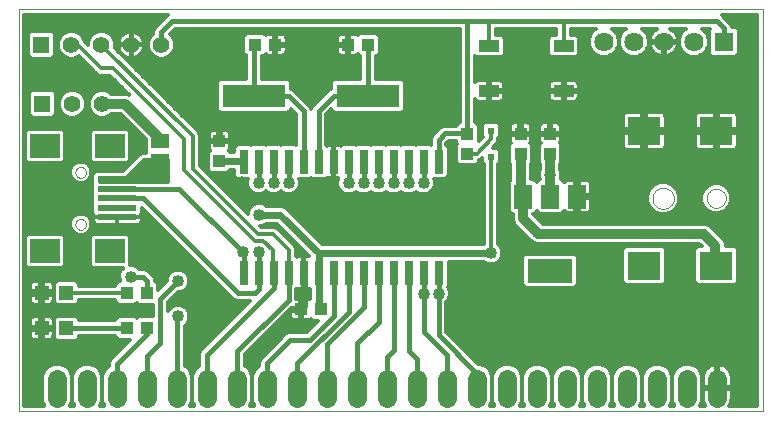
<source format=gtl>
G75*
G70*
%OFA0B0*%
%FSLAX24Y24*%
%IPPOS*%
%LPD*%
%AMOC8*
5,1,8,0,0,1.08239X$1,22.5*
%
%ADD10C,0.0000*%
%ADD11R,0.0640X0.0640*%
%ADD12C,0.0640*%
%ADD13R,0.0984X0.0787*%
%ADD14R,0.1299X0.0197*%
%ADD15R,0.2100X0.0760*%
%ADD16R,0.0433X0.0394*%
%ADD17R,0.0591X0.0787*%
%ADD18R,0.1496X0.0787*%
%ADD19R,0.0394X0.0433*%
%ADD20R,0.0591X0.0512*%
%ADD21R,0.1102X0.0945*%
%ADD22R,0.0472X0.0472*%
%ADD23R,0.0300X0.0787*%
%ADD24R,0.0555X0.0555*%
%ADD25C,0.0555*%
%ADD26C,0.0640*%
%ADD27R,0.0236X0.0236*%
%ADD28R,0.0669X0.0394*%
%ADD29C,0.0120*%
%ADD30C,0.0240*%
%ADD31C,0.0400*%
%ADD32C,0.0320*%
%ADD33C,0.0160*%
D10*
X000383Y000161D02*
X000383Y013547D01*
X025186Y013547D01*
X025186Y000161D01*
X000383Y000161D01*
X002273Y006382D02*
X002275Y006408D01*
X002281Y006434D01*
X002291Y006459D01*
X002304Y006482D01*
X002320Y006502D01*
X002340Y006520D01*
X002362Y006535D01*
X002385Y006547D01*
X002411Y006555D01*
X002437Y006559D01*
X002463Y006559D01*
X002489Y006555D01*
X002515Y006547D01*
X002539Y006535D01*
X002560Y006520D01*
X002580Y006502D01*
X002596Y006482D01*
X002609Y006459D01*
X002619Y006434D01*
X002625Y006408D01*
X002627Y006382D01*
X002625Y006356D01*
X002619Y006330D01*
X002609Y006305D01*
X002596Y006282D01*
X002580Y006262D01*
X002560Y006244D01*
X002538Y006229D01*
X002515Y006217D01*
X002489Y006209D01*
X002463Y006205D01*
X002437Y006205D01*
X002411Y006209D01*
X002385Y006217D01*
X002361Y006229D01*
X002340Y006244D01*
X002320Y006262D01*
X002304Y006282D01*
X002291Y006305D01*
X002281Y006330D01*
X002275Y006356D01*
X002273Y006382D01*
X002273Y008114D02*
X002275Y008140D01*
X002281Y008166D01*
X002291Y008191D01*
X002304Y008214D01*
X002320Y008234D01*
X002340Y008252D01*
X002362Y008267D01*
X002385Y008279D01*
X002411Y008287D01*
X002437Y008291D01*
X002463Y008291D01*
X002489Y008287D01*
X002515Y008279D01*
X002539Y008267D01*
X002560Y008252D01*
X002580Y008234D01*
X002596Y008214D01*
X002609Y008191D01*
X002619Y008166D01*
X002625Y008140D01*
X002627Y008114D01*
X002625Y008088D01*
X002619Y008062D01*
X002609Y008037D01*
X002596Y008014D01*
X002580Y007994D01*
X002560Y007976D01*
X002538Y007961D01*
X002515Y007949D01*
X002489Y007941D01*
X002463Y007937D01*
X002437Y007937D01*
X002411Y007941D01*
X002385Y007949D01*
X002361Y007961D01*
X002340Y007976D01*
X002320Y007994D01*
X002304Y008014D01*
X002291Y008037D01*
X002281Y008062D01*
X002275Y008088D01*
X002273Y008114D01*
X021514Y007248D02*
X021516Y007285D01*
X021522Y007322D01*
X021531Y007357D01*
X021545Y007392D01*
X021561Y007425D01*
X021582Y007456D01*
X021605Y007485D01*
X021631Y007511D01*
X021660Y007534D01*
X021691Y007555D01*
X021724Y007571D01*
X021759Y007585D01*
X021794Y007594D01*
X021831Y007600D01*
X021868Y007602D01*
X021905Y007600D01*
X021942Y007594D01*
X021977Y007585D01*
X022012Y007571D01*
X022045Y007555D01*
X022076Y007534D01*
X022105Y007511D01*
X022131Y007485D01*
X022154Y007456D01*
X022175Y007425D01*
X022191Y007392D01*
X022205Y007357D01*
X022214Y007322D01*
X022220Y007285D01*
X022222Y007248D01*
X022220Y007211D01*
X022214Y007174D01*
X022205Y007139D01*
X022191Y007104D01*
X022175Y007071D01*
X022154Y007040D01*
X022131Y007011D01*
X022105Y006985D01*
X022076Y006962D01*
X022045Y006941D01*
X022012Y006925D01*
X021977Y006911D01*
X021942Y006902D01*
X021905Y006896D01*
X021868Y006894D01*
X021831Y006896D01*
X021794Y006902D01*
X021759Y006911D01*
X021724Y006925D01*
X021691Y006941D01*
X021660Y006962D01*
X021631Y006985D01*
X021605Y007011D01*
X021582Y007040D01*
X021561Y007071D01*
X021545Y007104D01*
X021531Y007139D01*
X021522Y007174D01*
X021516Y007211D01*
X021514Y007248D01*
X023325Y007248D02*
X023327Y007283D01*
X023333Y007318D01*
X023343Y007352D01*
X023356Y007385D01*
X023373Y007416D01*
X023394Y007444D01*
X023417Y007471D01*
X023444Y007494D01*
X023472Y007515D01*
X023503Y007532D01*
X023536Y007545D01*
X023570Y007555D01*
X023605Y007561D01*
X023640Y007563D01*
X023675Y007561D01*
X023710Y007555D01*
X023744Y007545D01*
X023777Y007532D01*
X023808Y007515D01*
X023836Y007494D01*
X023863Y007471D01*
X023886Y007444D01*
X023907Y007416D01*
X023924Y007385D01*
X023937Y007352D01*
X023947Y007318D01*
X023953Y007283D01*
X023955Y007248D01*
X023953Y007213D01*
X023947Y007178D01*
X023937Y007144D01*
X023924Y007111D01*
X023907Y007080D01*
X023886Y007052D01*
X023863Y007025D01*
X023836Y007002D01*
X023808Y006981D01*
X023777Y006964D01*
X023744Y006951D01*
X023710Y006941D01*
X023675Y006935D01*
X023640Y006933D01*
X023605Y006935D01*
X023570Y006941D01*
X023536Y006951D01*
X023503Y006964D01*
X023472Y006981D01*
X023444Y007002D01*
X023417Y007025D01*
X023394Y007052D01*
X023373Y007080D01*
X023356Y007111D01*
X023343Y007144D01*
X023333Y007178D01*
X023327Y007213D01*
X023325Y007248D01*
D11*
X023889Y012464D03*
D12*
X022889Y012464D03*
X021889Y012464D03*
X020889Y012464D03*
X019889Y012464D03*
D13*
X003434Y009000D03*
X001269Y009000D03*
X001269Y005496D03*
X003434Y005496D03*
D14*
X003670Y006618D03*
X003670Y006933D03*
X003670Y007248D03*
X003670Y007563D03*
X003670Y007878D03*
D15*
X008233Y010659D03*
X012033Y010659D03*
D16*
X012037Y012366D03*
X011367Y012366D03*
X008936Y012366D03*
X008267Y012366D03*
X015344Y009403D03*
X015344Y008734D03*
X010468Y003547D03*
X009798Y003547D03*
D17*
X017194Y007307D03*
X018100Y007307D03*
X019005Y007307D03*
D18*
X018100Y004827D03*
D19*
X018100Y008734D03*
X017115Y008734D03*
X017115Y009403D03*
X018100Y009403D03*
X007076Y009157D03*
X007076Y008488D03*
X004655Y004098D03*
X003985Y004098D03*
X003985Y002917D03*
X004655Y002917D03*
D20*
X005107Y008488D03*
X005107Y009157D03*
D21*
X021239Y009492D03*
X023640Y009492D03*
X023640Y005004D03*
X021239Y005004D03*
D22*
X001977Y004098D03*
X001151Y004098D03*
X001151Y002917D03*
X001977Y002917D03*
D23*
X007883Y004771D03*
X008383Y004771D03*
X008883Y004771D03*
X009383Y004771D03*
X009883Y004771D03*
X010383Y004771D03*
X010883Y004771D03*
X011383Y004771D03*
X011883Y004771D03*
X012383Y004771D03*
X012883Y004771D03*
X013383Y004771D03*
X013883Y004771D03*
X014383Y004771D03*
X014383Y008472D03*
X013883Y008472D03*
X013383Y008472D03*
X012883Y008472D03*
X012383Y008472D03*
X011883Y008472D03*
X011383Y008472D03*
X010883Y008472D03*
X010383Y008472D03*
X009883Y008472D03*
X009383Y008472D03*
X008883Y008472D03*
X008383Y008472D03*
X007883Y008472D03*
D24*
X001170Y010397D03*
X001139Y012366D03*
D25*
X002139Y012366D03*
X003139Y012366D03*
X004139Y012366D03*
X005139Y012366D03*
X003170Y010397D03*
X002170Y010397D03*
D26*
X001670Y001240D02*
X001670Y000600D01*
X002670Y000600D02*
X002670Y001240D01*
X003670Y001240D02*
X003670Y000600D01*
X004670Y000600D02*
X004670Y001240D01*
X005670Y001240D02*
X005670Y000600D01*
X006670Y000600D02*
X006670Y001240D01*
X007670Y001240D02*
X007670Y000600D01*
X008670Y000600D02*
X008670Y001240D01*
X009670Y001240D02*
X009670Y000600D01*
X010670Y000600D02*
X010670Y001240D01*
X011670Y001240D02*
X011670Y000600D01*
X012670Y000600D02*
X012670Y001240D01*
X013670Y001240D02*
X013670Y000600D01*
X014670Y000600D02*
X014670Y001240D01*
X015670Y001240D02*
X015670Y000600D01*
X016670Y000600D02*
X016670Y001240D01*
X017670Y001240D02*
X017670Y000600D01*
X018670Y000600D02*
X018670Y001240D01*
X019670Y001240D02*
X019670Y000600D01*
X020670Y000600D02*
X020670Y001240D01*
X021670Y001240D02*
X021670Y000600D01*
X022670Y000600D02*
X022670Y001240D01*
X023670Y001240D02*
X023670Y000600D01*
D27*
X016131Y008636D03*
X016131Y009502D03*
D28*
X016072Y010831D03*
X018552Y010831D03*
X018552Y012327D03*
X016072Y012327D03*
D29*
X016072Y013153D01*
X015883Y013153D01*
X016312Y012893D02*
X018312Y012893D01*
X018312Y012703D01*
X018143Y012703D01*
X018038Y012598D01*
X018038Y012055D01*
X018143Y011950D01*
X018961Y011950D01*
X019067Y012055D01*
X019067Y012598D01*
X018961Y012703D01*
X018792Y012703D01*
X018792Y012893D01*
X019618Y012893D01*
X019606Y012888D01*
X019465Y012748D01*
X019389Y012564D01*
X019389Y012365D01*
X019465Y012181D01*
X019606Y012041D01*
X019789Y011964D01*
X019988Y011964D01*
X020172Y012041D01*
X020313Y012181D01*
X020389Y012365D01*
X020465Y012181D01*
X020606Y012041D01*
X020789Y011964D01*
X020988Y011964D01*
X021172Y012041D01*
X021313Y012181D01*
X021389Y012365D01*
X021389Y012564D01*
X021313Y012748D01*
X021172Y012888D01*
X021160Y012893D01*
X021674Y012893D01*
X021637Y012875D01*
X021576Y012831D01*
X021523Y012777D01*
X021478Y012716D01*
X021444Y012649D01*
X021421Y012577D01*
X021409Y012504D01*
X021849Y012504D01*
X021849Y012424D01*
X021929Y012424D01*
X021929Y011985D01*
X022001Y011996D01*
X022073Y012020D01*
X022140Y012054D01*
X022202Y012098D01*
X022255Y012152D01*
X022299Y012213D01*
X022334Y012280D01*
X022357Y012352D01*
X022368Y012424D01*
X021929Y012424D01*
X021929Y012504D01*
X022368Y012504D01*
X022357Y012577D01*
X022334Y012649D01*
X022299Y012716D01*
X022255Y012777D01*
X022202Y012831D01*
X022140Y012875D01*
X022104Y012893D01*
X022618Y012893D01*
X022606Y012888D01*
X022465Y012748D01*
X022389Y012564D01*
X022389Y012365D01*
X022465Y012181D01*
X022606Y012041D01*
X022789Y011964D01*
X022988Y011964D01*
X023172Y012041D01*
X023313Y012181D01*
X023389Y012365D01*
X023389Y012564D01*
X023313Y012748D01*
X023172Y012888D01*
X023160Y012893D01*
X023423Y012893D01*
X023389Y012859D01*
X023389Y012070D01*
X023494Y011964D01*
X024283Y011964D01*
X024389Y012070D01*
X024389Y012859D01*
X024283Y012964D01*
X024149Y012964D01*
X024149Y012977D01*
X024109Y013072D01*
X023814Y013367D01*
X025006Y013367D01*
X025006Y000341D01*
X024075Y000341D01*
X024081Y000349D01*
X024115Y000416D01*
X024139Y000488D01*
X024150Y000563D01*
X024150Y000880D01*
X023711Y000880D01*
X023711Y000960D01*
X024150Y000960D01*
X024150Y001278D01*
X024139Y001353D01*
X024115Y001425D01*
X024081Y001492D01*
X024036Y001553D01*
X023983Y001607D01*
X023922Y001651D01*
X023855Y001685D01*
X023783Y001709D01*
X023710Y001720D01*
X023710Y000961D01*
X023630Y000961D01*
X023630Y001720D01*
X023558Y001709D01*
X023486Y001685D01*
X023419Y001651D01*
X023358Y001607D01*
X023304Y001553D01*
X023260Y001492D01*
X023226Y001425D01*
X023202Y001353D01*
X023190Y001278D01*
X023190Y000960D01*
X023630Y000960D01*
X023630Y000880D01*
X023190Y000880D01*
X023190Y000563D01*
X023202Y000488D01*
X023226Y000416D01*
X023260Y000349D01*
X023265Y000341D01*
X023104Y000341D01*
X023170Y000501D01*
X023170Y001340D01*
X023094Y001524D01*
X022954Y001664D01*
X022770Y001740D01*
X022571Y001740D01*
X022387Y001664D01*
X022246Y001524D01*
X022170Y001340D01*
X022094Y001524D01*
X021954Y001664D01*
X021770Y001740D01*
X021571Y001740D01*
X021387Y001664D01*
X021246Y001524D01*
X021170Y001340D01*
X021094Y001524D01*
X020954Y001664D01*
X020770Y001740D01*
X020571Y001740D01*
X020387Y001664D01*
X020246Y001524D01*
X020170Y001340D01*
X020094Y001524D01*
X019954Y001664D01*
X019770Y001740D01*
X019571Y001740D01*
X019387Y001664D01*
X019246Y001524D01*
X019170Y001340D01*
X019094Y001524D01*
X018954Y001664D01*
X018770Y001740D01*
X018571Y001740D01*
X018387Y001664D01*
X018246Y001524D01*
X018170Y001340D01*
X018094Y001524D01*
X017954Y001664D01*
X017770Y001740D01*
X017571Y001740D01*
X017387Y001664D01*
X017246Y001524D01*
X017170Y001340D01*
X017094Y001524D01*
X016954Y001664D01*
X016770Y001740D01*
X016571Y001740D01*
X016387Y001664D01*
X016246Y001524D01*
X016170Y001340D01*
X016094Y001524D01*
X015954Y001664D01*
X015770Y001740D01*
X015707Y001740D01*
X014643Y002804D01*
X014643Y003795D01*
X014705Y003857D01*
X014763Y003996D01*
X014763Y004148D01*
X014705Y004287D01*
X014701Y004291D01*
X014713Y004303D01*
X014713Y005126D01*
X015894Y005127D01*
X015916Y005105D01*
X016055Y005047D01*
X016207Y005047D01*
X016346Y005105D01*
X016453Y005212D01*
X016511Y005351D01*
X016511Y005503D01*
X016453Y005642D01*
X016371Y005724D01*
X016371Y008385D01*
X016429Y008443D01*
X016429Y008828D01*
X016324Y008934D01*
X016188Y008934D01*
X016267Y009013D01*
X016334Y009080D01*
X016371Y009169D01*
X016371Y009251D01*
X016429Y009309D01*
X016429Y009694D01*
X016324Y009800D01*
X015938Y009800D01*
X015833Y009694D01*
X015833Y009309D01*
X015859Y009283D01*
X015740Y009165D01*
X015740Y009675D01*
X015635Y009780D01*
X015604Y009780D01*
X015604Y010545D01*
X015609Y010535D01*
X015639Y010506D01*
X015676Y010485D01*
X015716Y010474D01*
X016033Y010474D01*
X016033Y010792D01*
X016110Y010792D01*
X016110Y010474D01*
X016428Y010474D01*
X016468Y010485D01*
X016505Y010506D01*
X016535Y010535D01*
X016556Y010572D01*
X016567Y010613D01*
X016567Y010792D01*
X016111Y010792D01*
X016111Y010869D01*
X016567Y010869D01*
X016567Y011048D01*
X016556Y011089D01*
X016535Y011126D01*
X016505Y011155D01*
X016468Y011176D01*
X016428Y011187D01*
X016110Y011187D01*
X016110Y010869D01*
X016033Y010869D01*
X016033Y011187D01*
X015716Y011187D01*
X015676Y011176D01*
X015639Y011155D01*
X015609Y011126D01*
X015604Y011116D01*
X015604Y012009D01*
X015663Y011950D01*
X016481Y011950D01*
X016587Y012055D01*
X016587Y012598D01*
X016481Y012703D01*
X016312Y012703D01*
X016312Y012893D01*
X016312Y012845D02*
X018312Y012845D01*
X018312Y012727D02*
X016312Y012727D01*
X016576Y012608D02*
X018048Y012608D01*
X018038Y012490D02*
X016587Y012490D01*
X016587Y012371D02*
X018038Y012371D01*
X018038Y012253D02*
X016587Y012253D01*
X016587Y012134D02*
X018038Y012134D01*
X018077Y012016D02*
X016547Y012016D01*
X015604Y011897D02*
X025006Y011897D01*
X025006Y011779D02*
X015604Y011779D01*
X015604Y011660D02*
X025006Y011660D01*
X025006Y011541D02*
X015604Y011541D01*
X015604Y011423D02*
X025006Y011423D01*
X025006Y011304D02*
X015604Y011304D01*
X015604Y011186D02*
X015710Y011186D01*
X016033Y011186D02*
X016110Y011186D01*
X016110Y011067D02*
X016033Y011067D01*
X016033Y010949D02*
X016110Y010949D01*
X016111Y010830D02*
X018514Y010830D01*
X018514Y010792D02*
X018058Y010792D01*
X018058Y010613D01*
X018069Y010572D01*
X018090Y010535D01*
X018119Y010506D01*
X018156Y010485D01*
X018197Y010474D01*
X018514Y010474D01*
X018514Y010792D01*
X018591Y010792D01*
X018591Y010869D01*
X019047Y010869D01*
X019047Y011048D01*
X019036Y011089D01*
X019015Y011126D01*
X018985Y011155D01*
X018949Y011176D01*
X018908Y011187D01*
X018591Y011187D01*
X018591Y010869D01*
X018514Y010869D01*
X018514Y011187D01*
X018197Y011187D01*
X018156Y011176D01*
X018119Y011155D01*
X018090Y011126D01*
X018069Y011089D01*
X018058Y011048D01*
X018058Y010869D01*
X018514Y010869D01*
X018514Y010792D01*
X018591Y010792D02*
X018591Y010474D01*
X018908Y010474D01*
X018949Y010485D01*
X018985Y010506D01*
X019015Y010535D01*
X019036Y010572D01*
X019047Y010613D01*
X019047Y010792D01*
X018591Y010792D01*
X018591Y010830D02*
X025006Y010830D01*
X025006Y010712D02*
X019047Y010712D01*
X019042Y010593D02*
X025006Y010593D01*
X025006Y010475D02*
X018911Y010475D01*
X018591Y010475D02*
X018514Y010475D01*
X018514Y010593D02*
X018591Y010593D01*
X018591Y010712D02*
X018514Y010712D01*
X018514Y010949D02*
X018591Y010949D01*
X018591Y011067D02*
X018514Y011067D01*
X018514Y011186D02*
X018591Y011186D01*
X018914Y011186D02*
X025006Y011186D01*
X025006Y011067D02*
X019042Y011067D01*
X019047Y010949D02*
X025006Y010949D01*
X025006Y010356D02*
X015604Y010356D01*
X015604Y010237D02*
X025006Y010237D01*
X025006Y010119D02*
X024233Y010119D01*
X024253Y010113D02*
X024212Y010124D01*
X023700Y010124D01*
X023700Y009552D01*
X023580Y009552D01*
X023580Y010124D01*
X023068Y010124D01*
X023027Y010113D01*
X022991Y010092D01*
X022961Y010063D01*
X022940Y010026D01*
X022929Y009985D01*
X022929Y009552D01*
X023580Y009552D01*
X023580Y009432D01*
X022929Y009432D01*
X022929Y008998D01*
X022940Y008958D01*
X022961Y008921D01*
X022991Y008891D01*
X023027Y008870D01*
X023068Y008860D01*
X023580Y008860D01*
X023580Y009432D01*
X023700Y009432D01*
X023700Y009552D01*
X024351Y009552D01*
X024351Y009985D01*
X024340Y010026D01*
X024319Y010063D01*
X024289Y010092D01*
X024253Y010113D01*
X024347Y010000D02*
X025006Y010000D01*
X025006Y009882D02*
X024351Y009882D01*
X024351Y009763D02*
X025006Y009763D01*
X025006Y009645D02*
X024351Y009645D01*
X024351Y009432D02*
X023700Y009432D01*
X023700Y008860D01*
X024212Y008860D01*
X024253Y008870D01*
X024289Y008891D01*
X024319Y008921D01*
X024340Y008958D01*
X024351Y008998D01*
X024351Y009432D01*
X024351Y009408D02*
X025006Y009408D01*
X025006Y009526D02*
X023700Y009526D01*
X023700Y009408D02*
X023580Y009408D01*
X023580Y009526D02*
X021299Y009526D01*
X021299Y009552D02*
X021950Y009552D01*
X021950Y009985D01*
X021939Y010026D01*
X021918Y010063D01*
X021888Y010092D01*
X021851Y010113D01*
X021811Y010124D01*
X021298Y010124D01*
X021298Y009552D01*
X021179Y009552D01*
X021179Y010124D01*
X020666Y010124D01*
X020626Y010113D01*
X020589Y010092D01*
X020559Y010063D01*
X020538Y010026D01*
X020527Y009985D01*
X020527Y009552D01*
X021178Y009552D01*
X021178Y009432D01*
X020527Y009432D01*
X020527Y008998D01*
X020538Y008958D01*
X020559Y008921D01*
X020589Y008891D01*
X020626Y008870D01*
X020666Y008860D01*
X021179Y008860D01*
X021179Y009432D01*
X021298Y009432D01*
X021298Y008860D01*
X021811Y008860D01*
X021851Y008870D01*
X021888Y008891D01*
X021918Y008921D01*
X021939Y008958D01*
X021950Y008998D01*
X021950Y009432D01*
X021299Y009432D01*
X021299Y009552D01*
X021298Y009645D02*
X021179Y009645D01*
X021179Y009763D02*
X021298Y009763D01*
X021298Y009882D02*
X021179Y009882D01*
X021179Y010000D02*
X021298Y010000D01*
X021298Y010119D02*
X021179Y010119D01*
X020646Y010119D02*
X015604Y010119D01*
X015604Y010000D02*
X020531Y010000D01*
X020527Y009882D02*
X015604Y009882D01*
X015652Y009763D02*
X015902Y009763D01*
X015833Y009645D02*
X015740Y009645D01*
X015740Y009526D02*
X015833Y009526D01*
X015833Y009408D02*
X015740Y009408D01*
X015740Y009289D02*
X015853Y009289D01*
X015746Y009171D02*
X015740Y009171D01*
X016131Y009216D02*
X016131Y009502D01*
X016429Y009526D02*
X016758Y009526D01*
X016758Y009442D02*
X017077Y009442D01*
X017077Y009780D01*
X016897Y009780D01*
X016857Y009769D01*
X016820Y009748D01*
X016790Y009718D01*
X016769Y009682D01*
X016758Y009641D01*
X016758Y009442D01*
X016758Y009365D02*
X016758Y009166D01*
X016769Y009125D01*
X016790Y009089D01*
X016796Y009083D01*
X016738Y009025D01*
X016738Y008443D01*
X016775Y008406D01*
X016775Y007832D01*
X016719Y007775D01*
X016719Y006839D01*
X016824Y006733D01*
X016854Y006733D01*
X016854Y006646D01*
X016854Y006511D01*
X016906Y006386D01*
X017418Y005874D01*
X017513Y005779D01*
X017638Y005727D01*
X023077Y005727D01*
X023147Y005656D01*
X023014Y005656D01*
X022909Y005551D01*
X022909Y004457D01*
X023014Y004351D01*
X024266Y004351D01*
X024371Y004457D01*
X024371Y005551D01*
X024266Y005656D01*
X023951Y005656D01*
X023951Y005741D01*
X023900Y005866D01*
X023804Y005961D01*
X023410Y006355D01*
X023285Y006407D01*
X023150Y006407D01*
X017847Y006407D01*
X017534Y006719D01*
X017534Y006733D01*
X017564Y006733D01*
X017647Y006816D01*
X017730Y006733D01*
X018469Y006733D01*
X018571Y006834D01*
X018582Y006815D01*
X018611Y006785D01*
X018648Y006764D01*
X018689Y006753D01*
X018945Y006753D01*
X018945Y007247D01*
X019065Y007247D01*
X019065Y007367D01*
X018945Y007367D01*
X018945Y007861D01*
X018689Y007861D01*
X018648Y007850D01*
X018611Y007829D01*
X018582Y007799D01*
X018571Y007779D01*
X018469Y007881D01*
X018447Y007881D01*
X018479Y007960D01*
X018479Y008111D01*
X018439Y008207D01*
X018439Y008406D01*
X018476Y008443D01*
X018476Y009025D01*
X018419Y009083D01*
X018424Y009089D01*
X018445Y009125D01*
X018456Y009166D01*
X018456Y009365D01*
X018138Y009365D01*
X018138Y009442D01*
X018061Y009442D01*
X018061Y009780D01*
X017882Y009780D01*
X017841Y009769D01*
X017804Y009748D01*
X017775Y009718D01*
X017754Y009682D01*
X017743Y009641D01*
X017743Y009442D01*
X018061Y009442D01*
X018061Y009365D01*
X017743Y009365D01*
X017743Y009166D01*
X017754Y009125D01*
X017775Y009089D01*
X017780Y009083D01*
X017723Y009025D01*
X017723Y008443D01*
X017760Y008406D01*
X017760Y008207D01*
X017720Y008111D01*
X017720Y007960D01*
X017752Y007881D01*
X017730Y007881D01*
X017647Y007798D01*
X017564Y007881D01*
X017455Y007881D01*
X017455Y008406D01*
X017492Y008443D01*
X017492Y009025D01*
X017434Y009083D01*
X017440Y009089D01*
X017461Y009125D01*
X017472Y009166D01*
X017472Y009365D01*
X017154Y009365D01*
X017154Y009442D01*
X017472Y009442D01*
X017472Y009641D01*
X017461Y009682D01*
X017440Y009718D01*
X017410Y009748D01*
X017374Y009769D01*
X017333Y009780D01*
X017154Y009780D01*
X017154Y009442D01*
X017077Y009442D01*
X017077Y009365D01*
X016758Y009365D01*
X016758Y009289D02*
X016409Y009289D01*
X016429Y009408D02*
X017077Y009408D01*
X017154Y009408D02*
X018061Y009408D01*
X018138Y009408D02*
X020527Y009408D01*
X020527Y009289D02*
X018456Y009289D01*
X018456Y009171D02*
X020527Y009171D01*
X020527Y009052D02*
X018449Y009052D01*
X018476Y008933D02*
X020552Y008933D01*
X021179Y008933D02*
X021298Y008933D01*
X021298Y009052D02*
X021179Y009052D01*
X021179Y009171D02*
X021298Y009171D01*
X021298Y009289D02*
X021179Y009289D01*
X021179Y009408D02*
X021298Y009408D01*
X021178Y009526D02*
X018456Y009526D01*
X018456Y009442D02*
X018138Y009442D01*
X018138Y009780D01*
X018317Y009780D01*
X018358Y009769D01*
X018395Y009748D01*
X018424Y009718D01*
X018445Y009682D01*
X018456Y009641D01*
X018456Y009442D01*
X018138Y009526D02*
X018061Y009526D01*
X018061Y009645D02*
X018138Y009645D01*
X018138Y009763D02*
X018061Y009763D01*
X017831Y009763D02*
X017384Y009763D01*
X017471Y009645D02*
X017744Y009645D01*
X017743Y009526D02*
X017472Y009526D01*
X017154Y009526D02*
X017077Y009526D01*
X017077Y009645D02*
X017154Y009645D01*
X017154Y009763D02*
X017077Y009763D01*
X016847Y009763D02*
X016360Y009763D01*
X016429Y009645D02*
X016759Y009645D01*
X016131Y009216D02*
X015649Y008734D01*
X015344Y008734D01*
X014947Y008696D02*
X014713Y008696D01*
X014713Y008578D02*
X014947Y008578D01*
X014947Y008463D02*
X015053Y008357D01*
X015635Y008357D01*
X015740Y008463D01*
X015740Y008512D01*
X015785Y008531D01*
X015833Y008579D01*
X015833Y008443D01*
X015891Y008385D01*
X015891Y005727D01*
X010507Y005721D01*
X009421Y006807D01*
X009421Y006807D01*
X009337Y006892D01*
X009330Y006895D01*
X009264Y006961D01*
X009153Y007006D01*
X008642Y007006D01*
X008620Y007029D01*
X008480Y007086D01*
X008329Y007086D01*
X008189Y007029D01*
X008082Y006922D01*
X008025Y006782D01*
X008025Y006737D01*
X006430Y008332D01*
X006430Y009267D01*
X006430Y009363D01*
X006394Y009451D01*
X003588Y012256D01*
X003596Y012275D01*
X003596Y012457D01*
X003527Y012625D01*
X003398Y012754D01*
X003230Y012823D01*
X003048Y012823D01*
X002880Y012754D01*
X002751Y012625D01*
X002681Y012457D01*
X002681Y012375D01*
X002594Y012463D01*
X002527Y012625D01*
X002398Y012754D01*
X002230Y012823D01*
X002048Y012823D01*
X001880Y012754D01*
X001751Y012625D01*
X001681Y012457D01*
X001681Y012275D01*
X001751Y012107D01*
X001880Y011978D01*
X002048Y011909D01*
X002230Y011909D01*
X002398Y011978D01*
X002399Y011979D01*
X003003Y011375D01*
X003091Y011339D01*
X003187Y011339D01*
X003433Y011339D01*
X004063Y010709D01*
X003994Y010737D01*
X003477Y010737D01*
X003430Y010785D01*
X003261Y010855D01*
X003079Y010855D01*
X002911Y010785D01*
X002783Y010657D01*
X002713Y010488D01*
X002713Y010306D01*
X002783Y010138D01*
X002911Y010010D01*
X003079Y009940D01*
X003261Y009940D01*
X003430Y010010D01*
X003477Y010057D01*
X003785Y010057D01*
X004632Y009211D01*
X004632Y008827D01*
X004636Y008823D01*
X004632Y008818D01*
X004632Y008767D01*
X004518Y008767D01*
X004430Y008731D01*
X004363Y008663D01*
X003855Y008156D01*
X002946Y008156D01*
X002841Y008051D01*
X002841Y007705D01*
X002841Y007390D01*
X002841Y007106D01*
X002841Y006760D01*
X002861Y006739D01*
X002861Y006737D01*
X002861Y006618D01*
X003670Y006618D01*
X003670Y006618D01*
X002861Y006618D01*
X002861Y006498D01*
X002872Y006458D01*
X002893Y006421D01*
X002923Y006391D01*
X002959Y006370D01*
X003000Y006360D01*
X003670Y006360D01*
X003670Y006618D01*
X003671Y006618D01*
X004480Y006618D01*
X004480Y006737D01*
X004479Y006739D01*
X004500Y006760D01*
X004500Y006920D01*
X007542Y003878D01*
X007637Y003838D01*
X007741Y003838D01*
X008102Y003838D01*
X006450Y002186D01*
X006410Y002090D01*
X006410Y001987D01*
X006410Y001674D01*
X006387Y001664D01*
X006246Y001524D01*
X006170Y001340D01*
X006094Y001524D01*
X005954Y001664D01*
X005930Y001674D01*
X005930Y003006D01*
X006020Y003096D01*
X006078Y003235D01*
X006078Y003386D01*
X006020Y003526D01*
X005913Y003633D01*
X005774Y003691D01*
X005622Y003691D01*
X005483Y003633D01*
X005376Y003526D01*
X005367Y003506D01*
X005367Y003794D01*
X005686Y004112D01*
X005774Y004112D01*
X005913Y004170D01*
X006020Y004277D01*
X006078Y004416D01*
X006078Y004568D01*
X006020Y004707D01*
X005913Y004814D01*
X005774Y004872D01*
X005622Y004872D01*
X005483Y004814D01*
X005376Y004707D01*
X005318Y004568D01*
X005318Y004480D01*
X005031Y004193D01*
X005031Y004389D01*
X004926Y004495D01*
X004924Y004495D01*
X004924Y004544D01*
X004885Y004639D01*
X004812Y004712D01*
X004664Y004860D01*
X004569Y004900D01*
X004465Y004900D01*
X004401Y004900D01*
X004338Y004962D01*
X004199Y005020D01*
X004098Y005020D01*
X004106Y005028D01*
X004106Y005964D01*
X004001Y006070D01*
X002867Y006070D01*
X002762Y005964D01*
X002762Y005028D01*
X002867Y004922D01*
X003868Y004922D01*
X003801Y004855D01*
X003743Y004715D01*
X003743Y004564D01*
X003772Y004495D01*
X003714Y004495D01*
X003609Y004389D01*
X003609Y004338D01*
X002394Y004338D01*
X002394Y004409D01*
X002288Y004514D01*
X001667Y004514D01*
X001561Y004409D01*
X001561Y003787D01*
X001667Y003682D01*
X002288Y003682D01*
X002394Y003787D01*
X002394Y003858D01*
X003609Y003858D01*
X003609Y003807D01*
X003714Y003702D01*
X004257Y003702D01*
X004320Y003765D01*
X004383Y003702D01*
X004847Y003702D01*
X004847Y003314D01*
X004383Y003314D01*
X004320Y003250D01*
X004257Y003314D01*
X003714Y003314D01*
X003609Y003208D01*
X003609Y003177D01*
X002394Y003177D01*
X002394Y003228D01*
X002288Y003333D01*
X001667Y003333D01*
X001561Y003228D01*
X001561Y002606D01*
X001667Y002501D01*
X002288Y002501D01*
X002394Y002606D01*
X002394Y002657D01*
X003609Y002657D01*
X003609Y002626D01*
X003714Y002521D01*
X004087Y002521D01*
X003450Y001883D01*
X003410Y001788D01*
X003410Y001684D01*
X003410Y001674D01*
X003387Y001664D01*
X003246Y001524D01*
X003170Y001340D01*
X003094Y001524D01*
X002954Y001664D01*
X002770Y001740D01*
X002571Y001740D01*
X002387Y001664D01*
X002246Y001524D01*
X002170Y001340D01*
X002094Y001524D01*
X001954Y001664D01*
X001770Y001740D01*
X001571Y001740D01*
X001387Y001664D01*
X001246Y001524D01*
X001170Y001340D01*
X001170Y000501D01*
X001237Y000341D01*
X000563Y000341D01*
X000563Y013367D01*
X005347Y013367D01*
X005281Y013301D01*
X004918Y012938D01*
X004879Y012843D01*
X004879Y012753D01*
X004751Y012625D01*
X004681Y012457D01*
X004681Y012275D01*
X004751Y012107D01*
X004880Y011978D01*
X005048Y011909D01*
X005230Y011909D01*
X005398Y011978D01*
X005527Y012107D01*
X005596Y012275D01*
X005596Y012457D01*
X005527Y012625D01*
X005434Y012718D01*
X005609Y012893D01*
X015084Y012893D01*
X015084Y009780D01*
X015053Y009780D01*
X014947Y009675D01*
X014947Y009673D01*
X014554Y009673D01*
X014458Y009634D01*
X014385Y009560D01*
X014163Y009338D01*
X014123Y009242D01*
X014123Y009139D01*
X014123Y009030D01*
X014108Y009045D01*
X013658Y009045D01*
X013633Y009020D01*
X013608Y009045D01*
X013158Y009045D01*
X013133Y009020D01*
X013108Y009045D01*
X012658Y009045D01*
X012633Y009020D01*
X012608Y009045D01*
X012158Y009045D01*
X012133Y009020D01*
X012108Y009045D01*
X011658Y009045D01*
X011633Y009020D01*
X011608Y009045D01*
X011158Y009045D01*
X011116Y009002D01*
X011095Y009014D01*
X011054Y009025D01*
X010898Y009025D01*
X010898Y008487D01*
X010868Y008487D01*
X010868Y009025D01*
X010712Y009025D01*
X010671Y009014D01*
X010650Y009002D01*
X010643Y009010D01*
X010643Y010051D01*
X010803Y010211D01*
X010803Y010204D01*
X010908Y010099D01*
X013158Y010099D01*
X013263Y010204D01*
X013263Y011113D01*
X013158Y011219D01*
X012293Y011219D01*
X012293Y011989D01*
X012328Y011989D01*
X012433Y012095D01*
X012433Y012637D01*
X012328Y012743D01*
X011745Y012743D01*
X011688Y012685D01*
X011682Y012691D01*
X011646Y012712D01*
X011605Y012723D01*
X011406Y012723D01*
X011406Y012405D01*
X011329Y012405D01*
X011329Y012723D01*
X011130Y012723D01*
X011089Y012712D01*
X011052Y012691D01*
X011023Y012661D01*
X011002Y012625D01*
X010991Y012584D01*
X010991Y012404D01*
X011329Y012404D01*
X011329Y012327D01*
X011406Y012327D01*
X011406Y012009D01*
X011605Y012009D01*
X011646Y012020D01*
X011682Y012041D01*
X011688Y012047D01*
X011745Y011989D01*
X011773Y011989D01*
X011773Y011219D01*
X010908Y011219D01*
X010803Y011113D01*
X010803Y010907D01*
X010736Y010879D01*
X010663Y010806D01*
X010163Y010306D01*
X010133Y010234D01*
X010103Y010306D01*
X009603Y010806D01*
X009530Y010879D01*
X009463Y010907D01*
X009463Y011113D01*
X009358Y011219D01*
X008493Y011219D01*
X008493Y011989D01*
X008558Y011989D01*
X008616Y012047D01*
X008621Y012041D01*
X008658Y012020D01*
X008699Y012009D01*
X008898Y012009D01*
X008898Y012327D01*
X008975Y012327D01*
X008975Y012404D01*
X009313Y012404D01*
X009313Y012584D01*
X009302Y012625D01*
X009281Y012661D01*
X009251Y012691D01*
X009214Y012712D01*
X009174Y012723D01*
X008975Y012723D01*
X008975Y012405D01*
X008898Y012405D01*
X008898Y012723D01*
X008699Y012723D01*
X008658Y012712D01*
X008621Y012691D01*
X008616Y012685D01*
X008558Y012743D01*
X007976Y012743D01*
X007870Y012637D01*
X007870Y012095D01*
X007973Y011992D01*
X007973Y011219D01*
X007108Y011219D01*
X007003Y011113D01*
X007003Y010204D01*
X007108Y010099D01*
X009358Y010099D01*
X009463Y010204D01*
X009463Y010211D01*
X009623Y010051D01*
X009623Y009030D01*
X009608Y009045D01*
X009158Y009045D01*
X009133Y009020D01*
X009108Y009045D01*
X008658Y009045D01*
X008633Y009020D01*
X008608Y009045D01*
X008158Y009045D01*
X008133Y009020D01*
X008108Y009045D01*
X007658Y009045D01*
X007553Y008940D01*
X007553Y008788D01*
X007444Y008788D01*
X007395Y008837D01*
X007401Y008843D01*
X007422Y008879D01*
X007433Y008920D01*
X007433Y009119D01*
X007115Y009119D01*
X007115Y009196D01*
X007433Y009196D01*
X007433Y009395D01*
X007422Y009436D01*
X007401Y009472D01*
X007371Y009502D01*
X007334Y009523D01*
X007294Y009534D01*
X007114Y009534D01*
X007114Y009196D01*
X007037Y009196D01*
X007037Y009119D01*
X006719Y009119D01*
X006719Y008920D01*
X006730Y008879D01*
X006751Y008843D01*
X006757Y008837D01*
X006699Y008779D01*
X006699Y008197D01*
X006804Y008091D01*
X007347Y008091D01*
X007444Y008188D01*
X007553Y008188D01*
X007553Y008003D01*
X007658Y007898D01*
X008024Y007898D01*
X008003Y007848D01*
X008003Y007697D01*
X008061Y007558D01*
X008168Y007451D01*
X008307Y007393D01*
X008459Y007393D01*
X008598Y007451D01*
X008633Y007485D01*
X008668Y007451D01*
X008807Y007393D01*
X008959Y007393D01*
X009098Y007451D01*
X009133Y007485D01*
X009168Y007451D01*
X009307Y007393D01*
X009459Y007393D01*
X009598Y007451D01*
X009705Y007558D01*
X009763Y007697D01*
X009763Y007848D01*
X009742Y007898D01*
X010108Y007898D01*
X010133Y007923D01*
X010158Y007898D01*
X010608Y007898D01*
X010650Y007941D01*
X010671Y007929D01*
X010712Y007918D01*
X010868Y007918D01*
X010868Y008456D01*
X010898Y008456D01*
X010898Y007918D01*
X011036Y007918D01*
X011003Y007839D01*
X011003Y007688D01*
X011061Y007548D01*
X011168Y007441D01*
X011307Y007384D01*
X011459Y007384D01*
X011598Y007441D01*
X011633Y007476D01*
X011668Y007441D01*
X011807Y007384D01*
X011959Y007384D01*
X012098Y007441D01*
X012133Y007476D01*
X012168Y007441D01*
X012307Y007384D01*
X012459Y007384D01*
X012598Y007441D01*
X012633Y007476D01*
X012668Y007441D01*
X012807Y007384D01*
X012959Y007384D01*
X013098Y007441D01*
X013133Y007476D01*
X013168Y007441D01*
X013307Y007384D01*
X013459Y007384D01*
X013598Y007441D01*
X013633Y007476D01*
X013668Y007441D01*
X013807Y007384D01*
X013959Y007384D01*
X014098Y007441D01*
X014205Y007548D01*
X014263Y007688D01*
X014263Y007839D01*
X014239Y007898D01*
X014608Y007898D01*
X014713Y008003D01*
X014713Y008940D01*
X014643Y009010D01*
X014643Y009083D01*
X014713Y009153D01*
X014947Y009153D01*
X014947Y009132D01*
X015010Y009069D01*
X014947Y009005D01*
X014947Y008463D01*
X014950Y008459D02*
X014713Y008459D01*
X014713Y008341D02*
X015891Y008341D01*
X015891Y008222D02*
X014713Y008222D01*
X014713Y008104D02*
X015891Y008104D01*
X015891Y007985D02*
X014695Y007985D01*
X014252Y007867D02*
X015891Y007867D01*
X015891Y007748D02*
X014263Y007748D01*
X014239Y007629D02*
X015891Y007629D01*
X015891Y007511D02*
X014168Y007511D01*
X013980Y007392D02*
X015891Y007392D01*
X015891Y007274D02*
X007488Y007274D01*
X007606Y007155D02*
X015891Y007155D01*
X015891Y007037D02*
X008600Y007037D01*
X008209Y007037D02*
X007725Y007037D01*
X007843Y006918D02*
X008081Y006918D01*
X008032Y006800D02*
X007962Y006800D01*
X008435Y006327D02*
X008480Y006327D01*
X008620Y006384D01*
X008642Y006407D01*
X008969Y006407D01*
X008993Y006383D01*
X009000Y006380D01*
X010056Y005324D01*
X010054Y005325D01*
X009898Y005325D01*
X009898Y004786D01*
X009868Y004786D01*
X009868Y005325D01*
X009712Y005325D01*
X009671Y005314D01*
X009650Y005302D01*
X009633Y005319D01*
X009633Y005474D01*
X009633Y005569D01*
X009596Y005657D01*
X008983Y006270D01*
X008895Y006307D01*
X008800Y006307D01*
X008455Y006307D01*
X008435Y006327D01*
X008436Y006326D02*
X009054Y006326D01*
X009047Y006207D02*
X009173Y006207D01*
X009165Y006088D02*
X009292Y006088D01*
X009284Y005970D02*
X009410Y005970D01*
X009402Y005851D02*
X009529Y005851D01*
X009521Y005733D02*
X009647Y005733D01*
X009614Y005614D02*
X009766Y005614D01*
X009884Y005496D02*
X009633Y005496D01*
X009633Y005377D02*
X010003Y005377D01*
X009898Y005259D02*
X009868Y005259D01*
X009868Y005140D02*
X009898Y005140D01*
X009898Y005022D02*
X009868Y005022D01*
X009868Y004903D02*
X009898Y004903D01*
X009898Y004756D02*
X009898Y004217D01*
X010054Y004217D01*
X010083Y004225D01*
X010083Y003889D01*
X010077Y003893D01*
X010036Y003904D01*
X009837Y003904D01*
X009837Y003586D01*
X009760Y003586D01*
X009760Y003904D01*
X009643Y003904D01*
X009643Y003923D01*
X009643Y004233D01*
X009650Y004240D01*
X009671Y004228D01*
X009712Y004217D01*
X009868Y004217D01*
X009868Y004756D01*
X009898Y004756D01*
X009898Y004666D02*
X009868Y004666D01*
X009868Y004547D02*
X009898Y004547D01*
X009898Y004429D02*
X009868Y004429D01*
X009868Y004310D02*
X009898Y004310D01*
X010083Y004192D02*
X009643Y004192D01*
X009643Y004073D02*
X010083Y004073D01*
X010083Y003955D02*
X009643Y003955D01*
X009760Y003836D02*
X009837Y003836D01*
X009837Y003718D02*
X009760Y003718D01*
X009760Y003599D02*
X009837Y003599D01*
X009760Y003585D02*
X009760Y003509D01*
X009422Y003509D01*
X009422Y003329D01*
X009433Y003288D01*
X009454Y003252D01*
X009484Y003222D01*
X009520Y003201D01*
X009561Y003190D01*
X009760Y003190D01*
X009760Y003508D01*
X009837Y003508D01*
X009837Y003190D01*
X010036Y003190D01*
X010077Y003201D01*
X010113Y003222D01*
X010119Y003228D01*
X010177Y003170D01*
X010369Y003170D01*
X009985Y002786D01*
X009490Y002786D01*
X009386Y002786D01*
X009291Y002747D01*
X008450Y001906D01*
X008410Y001810D01*
X008410Y001707D01*
X008410Y001674D01*
X008387Y001664D01*
X008246Y001524D01*
X008170Y001340D01*
X008094Y001524D01*
X007954Y001664D01*
X007930Y001674D01*
X007930Y002051D01*
X009465Y003585D01*
X009760Y003585D01*
X009760Y003480D02*
X009837Y003480D01*
X009837Y003362D02*
X009760Y003362D01*
X009760Y003243D02*
X009837Y003243D01*
X009462Y003243D02*
X009123Y003243D01*
X009004Y003125D02*
X010324Y003125D01*
X010205Y003006D02*
X008886Y003006D01*
X008767Y002888D02*
X010087Y002888D01*
X009345Y002769D02*
X008649Y002769D01*
X008530Y002651D02*
X009195Y002651D01*
X009076Y002532D02*
X008412Y002532D01*
X008293Y002414D02*
X008958Y002414D01*
X008839Y002295D02*
X008174Y002295D01*
X008056Y002176D02*
X008721Y002176D01*
X008602Y002058D02*
X007937Y002058D01*
X007930Y001939D02*
X008484Y001939D01*
X008415Y001821D02*
X007930Y001821D01*
X007930Y001702D02*
X008410Y001702D01*
X008307Y001584D02*
X008034Y001584D01*
X008118Y001465D02*
X008222Y001465D01*
X008173Y001347D02*
X008168Y001347D01*
X008170Y001340D02*
X008170Y000501D01*
X008104Y000341D01*
X008237Y000341D01*
X008170Y000501D01*
X008170Y001340D01*
X008170Y001228D02*
X008170Y001228D01*
X008170Y001110D02*
X008170Y001110D01*
X008170Y000991D02*
X008170Y000991D01*
X008170Y000873D02*
X008170Y000873D01*
X008170Y000754D02*
X008170Y000754D01*
X008170Y000635D02*
X008170Y000635D01*
X008170Y000517D02*
X008170Y000517D01*
X008128Y000398D02*
X008213Y000398D01*
X006237Y000341D02*
X006104Y000341D01*
X006170Y000501D01*
X006170Y001340D01*
X006170Y000501D01*
X006237Y000341D01*
X006213Y000398D02*
X006128Y000398D01*
X006170Y000517D02*
X006170Y000517D01*
X006170Y000635D02*
X006170Y000635D01*
X006170Y000754D02*
X006170Y000754D01*
X006170Y000873D02*
X006170Y000873D01*
X006170Y000991D02*
X006170Y000991D01*
X006170Y001110D02*
X006170Y001110D01*
X006170Y001228D02*
X006170Y001228D01*
X006168Y001347D02*
X006173Y001347D01*
X006222Y001465D02*
X006118Y001465D01*
X006034Y001584D02*
X006307Y001584D01*
X006410Y001702D02*
X005930Y001702D01*
X005930Y001821D02*
X006410Y001821D01*
X006410Y001939D02*
X005930Y001939D01*
X005930Y002058D02*
X006410Y002058D01*
X006446Y002176D02*
X005930Y002176D01*
X005930Y002295D02*
X006559Y002295D01*
X006678Y002414D02*
X005930Y002414D01*
X005930Y002532D02*
X006796Y002532D01*
X006915Y002651D02*
X005930Y002651D01*
X005930Y002769D02*
X007033Y002769D01*
X007152Y002888D02*
X005930Y002888D01*
X005931Y003006D02*
X007270Y003006D01*
X007389Y003125D02*
X006032Y003125D01*
X006078Y003243D02*
X007507Y003243D01*
X007626Y003362D02*
X006078Y003362D01*
X006039Y003480D02*
X007745Y003480D01*
X007863Y003599D02*
X005947Y003599D01*
X005449Y003599D02*
X005367Y003599D01*
X005367Y003718D02*
X007982Y003718D01*
X008100Y003836D02*
X005410Y003836D01*
X005528Y003955D02*
X007465Y003955D01*
X007346Y004073D02*
X005647Y004073D01*
X005935Y004192D02*
X007228Y004192D01*
X007109Y004310D02*
X006034Y004310D01*
X006078Y004429D02*
X006991Y004429D01*
X006872Y004547D02*
X006078Y004547D01*
X006037Y004666D02*
X006754Y004666D01*
X006635Y004784D02*
X005943Y004784D01*
X005453Y004784D02*
X004740Y004784D01*
X004858Y004666D02*
X005359Y004666D01*
X005318Y004547D02*
X004923Y004547D01*
X004992Y004429D02*
X005267Y004429D01*
X005149Y004310D02*
X005031Y004310D01*
X004397Y004903D02*
X006517Y004903D01*
X006398Y005022D02*
X004100Y005022D01*
X004106Y005140D02*
X006280Y005140D01*
X006161Y005259D02*
X004106Y005259D01*
X004106Y005377D02*
X006042Y005377D01*
X005924Y005496D02*
X004106Y005496D01*
X004106Y005614D02*
X005805Y005614D01*
X005687Y005733D02*
X004106Y005733D01*
X004106Y005851D02*
X005568Y005851D01*
X005450Y005970D02*
X004101Y005970D01*
X004341Y006360D02*
X003671Y006360D01*
X003671Y006618D01*
X003671Y006618D01*
X004480Y006618D01*
X004480Y006498D01*
X004469Y006458D01*
X004448Y006421D01*
X004418Y006391D01*
X004382Y006370D01*
X004341Y006360D01*
X004461Y006444D02*
X004976Y006444D01*
X005094Y006326D02*
X002807Y006326D01*
X002807Y006311D02*
X002753Y006179D01*
X002652Y006079D01*
X002521Y006025D01*
X002379Y006025D01*
X002248Y006079D01*
X002147Y006179D01*
X002093Y006311D01*
X002093Y006453D01*
X002147Y006584D01*
X002248Y006684D01*
X002379Y006739D01*
X002521Y006739D01*
X002652Y006684D01*
X002753Y006584D01*
X002807Y006453D01*
X002807Y006311D01*
X002764Y006207D02*
X005213Y006207D01*
X005331Y006088D02*
X002662Y006088D01*
X002768Y005970D02*
X001935Y005970D01*
X001941Y005964D02*
X001835Y006070D01*
X000702Y006070D01*
X000597Y005964D01*
X000597Y005028D01*
X000702Y004922D01*
X001835Y004922D01*
X001941Y005028D01*
X001941Y005964D01*
X001941Y005851D02*
X002762Y005851D01*
X002762Y005733D02*
X001941Y005733D01*
X001941Y005614D02*
X002762Y005614D01*
X002762Y005496D02*
X001941Y005496D01*
X001941Y005377D02*
X002762Y005377D01*
X002762Y005259D02*
X001941Y005259D01*
X001941Y005140D02*
X002762Y005140D01*
X002768Y005022D02*
X001935Y005022D01*
X001581Y004429D02*
X001517Y004429D01*
X001515Y004433D02*
X001485Y004462D01*
X001449Y004484D01*
X001408Y004494D01*
X001209Y004494D01*
X001209Y004157D01*
X001093Y004157D01*
X001093Y004494D01*
X000893Y004494D01*
X000853Y004484D01*
X000816Y004462D01*
X000786Y004433D01*
X000765Y004396D01*
X000754Y004356D01*
X000754Y004156D01*
X001092Y004156D01*
X001092Y004040D01*
X000754Y004040D01*
X000754Y003841D01*
X000765Y003800D01*
X000786Y003764D01*
X000816Y003734D01*
X000853Y003713D01*
X000893Y003702D01*
X001093Y003702D01*
X001093Y004040D01*
X001209Y004040D01*
X001209Y004156D01*
X001547Y004156D01*
X001547Y004356D01*
X001536Y004396D01*
X001515Y004433D01*
X001547Y004310D02*
X001561Y004310D01*
X001547Y004192D02*
X001561Y004192D01*
X001561Y004073D02*
X001209Y004073D01*
X001209Y004040D02*
X001547Y004040D01*
X001547Y003841D01*
X001536Y003800D01*
X001515Y003764D01*
X001485Y003734D01*
X001449Y003713D01*
X001408Y003702D01*
X001209Y003702D01*
X001209Y004040D01*
X001209Y003955D02*
X001093Y003955D01*
X001092Y004073D02*
X000563Y004073D01*
X000563Y003955D02*
X000754Y003955D01*
X000756Y003836D02*
X000563Y003836D01*
X000563Y003718D02*
X000845Y003718D01*
X001093Y003718D02*
X001209Y003718D01*
X001209Y003836D02*
X001093Y003836D01*
X001457Y003718D02*
X001631Y003718D01*
X001561Y003836D02*
X001546Y003836D01*
X001547Y003955D02*
X001561Y003955D01*
X001977Y004098D02*
X003985Y004098D01*
X003609Y003836D02*
X002394Y003836D01*
X002324Y003718D02*
X003698Y003718D01*
X004273Y003718D02*
X004367Y003718D01*
X004847Y003599D02*
X000563Y003599D01*
X000563Y003480D02*
X004847Y003480D01*
X004847Y003362D02*
X000563Y003362D01*
X000563Y003243D02*
X000782Y003243D01*
X000786Y003252D02*
X000765Y003215D01*
X000754Y003174D01*
X000754Y002975D01*
X001092Y002975D01*
X001092Y002859D01*
X000754Y002859D01*
X000754Y002660D01*
X000765Y002619D01*
X000786Y002583D01*
X000816Y002553D01*
X000853Y002532D01*
X000893Y002521D01*
X001093Y002521D01*
X001093Y002859D01*
X001209Y002859D01*
X001209Y002975D01*
X001547Y002975D01*
X001547Y003174D01*
X001536Y003215D01*
X001515Y003252D01*
X001485Y003281D01*
X001449Y003302D01*
X001408Y003313D01*
X001209Y003313D01*
X001209Y002976D01*
X001093Y002976D01*
X001093Y003313D01*
X000893Y003313D01*
X000853Y003302D01*
X000816Y003281D01*
X000786Y003252D01*
X000754Y003125D02*
X000563Y003125D01*
X000563Y003006D02*
X000754Y003006D01*
X000563Y002888D02*
X001092Y002888D01*
X001209Y002888D02*
X001561Y002888D01*
X001547Y002859D02*
X001209Y002859D01*
X001209Y002521D01*
X001408Y002521D01*
X001449Y002532D01*
X001636Y002532D01*
X001515Y002583D02*
X001536Y002619D01*
X001547Y002660D01*
X001547Y002859D01*
X001547Y002769D02*
X001561Y002769D01*
X001561Y002651D02*
X001544Y002651D01*
X001515Y002583D02*
X001485Y002553D01*
X001449Y002532D01*
X001209Y002532D02*
X001093Y002532D01*
X001093Y002651D02*
X001209Y002651D01*
X001209Y002769D02*
X001093Y002769D01*
X001093Y003006D02*
X001209Y003006D01*
X001209Y003125D02*
X001093Y003125D01*
X001093Y003243D02*
X001209Y003243D01*
X001520Y003243D02*
X001577Y003243D01*
X001561Y003125D02*
X001547Y003125D01*
X001547Y003006D02*
X001561Y003006D01*
X002378Y003243D02*
X003644Y003243D01*
X003609Y002651D02*
X002394Y002651D01*
X002319Y002532D02*
X003702Y002532D01*
X003980Y002414D02*
X000563Y002414D01*
X000563Y002532D02*
X000852Y002532D01*
X000757Y002651D02*
X000563Y002651D01*
X000563Y002769D02*
X000754Y002769D01*
X000563Y002295D02*
X003862Y002295D01*
X003743Y002176D02*
X000563Y002176D01*
X000563Y002058D02*
X003625Y002058D01*
X003506Y001939D02*
X000563Y001939D01*
X000563Y001821D02*
X003424Y001821D01*
X003410Y001702D02*
X002862Y001702D01*
X003034Y001584D02*
X003307Y001584D01*
X003222Y001465D02*
X003118Y001465D01*
X003168Y001347D02*
X003173Y001347D01*
X003170Y001340D02*
X003170Y000501D01*
X003170Y001340D01*
X003170Y001228D02*
X003170Y001228D01*
X003170Y001110D02*
X003170Y001110D01*
X003170Y000991D02*
X003170Y000991D01*
X003170Y000873D02*
X003170Y000873D01*
X003170Y000754D02*
X003170Y000754D01*
X003170Y000635D02*
X003170Y000635D01*
X003170Y000517D02*
X003170Y000517D01*
X003170Y000501D02*
X003104Y000341D01*
X003237Y000341D01*
X003170Y000501D01*
X003128Y000398D02*
X003213Y000398D01*
X002237Y000341D02*
X002104Y000341D01*
X002170Y000501D01*
X002170Y001340D01*
X002170Y000501D01*
X002237Y000341D01*
X002213Y000398D02*
X002128Y000398D01*
X002170Y000517D02*
X002170Y000517D01*
X002170Y000635D02*
X002170Y000635D01*
X002170Y000754D02*
X002170Y000754D01*
X002170Y000873D02*
X002170Y000873D01*
X002170Y000991D02*
X002170Y000991D01*
X002170Y001110D02*
X002170Y001110D01*
X002170Y001228D02*
X002170Y001228D01*
X002168Y001347D02*
X002173Y001347D01*
X002222Y001465D02*
X002118Y001465D01*
X002034Y001584D02*
X002307Y001584D01*
X002479Y001702D02*
X001862Y001702D01*
X001479Y001702D02*
X000563Y001702D01*
X000563Y001584D02*
X001307Y001584D01*
X001222Y001465D02*
X000563Y001465D01*
X000563Y001347D02*
X001173Y001347D01*
X001170Y001228D02*
X000563Y001228D01*
X000563Y001110D02*
X001170Y001110D01*
X001170Y000991D02*
X000563Y000991D01*
X000563Y000873D02*
X001170Y000873D01*
X001170Y000754D02*
X000563Y000754D01*
X000563Y000635D02*
X001170Y000635D01*
X001170Y000517D02*
X000563Y000517D01*
X000563Y000398D02*
X001213Y000398D01*
X001209Y004192D02*
X001093Y004192D01*
X001093Y004310D02*
X001209Y004310D01*
X001209Y004429D02*
X001093Y004429D01*
X000784Y004429D02*
X000563Y004429D01*
X000563Y004547D02*
X003750Y004547D01*
X003743Y004666D02*
X000563Y004666D01*
X000563Y004784D02*
X003772Y004784D01*
X003849Y004903D02*
X000563Y004903D01*
X000563Y005022D02*
X000603Y005022D01*
X000597Y005140D02*
X000563Y005140D01*
X000563Y005259D02*
X000597Y005259D01*
X000597Y005377D02*
X000563Y005377D01*
X000563Y005496D02*
X000597Y005496D01*
X000597Y005614D02*
X000563Y005614D01*
X000563Y005733D02*
X000597Y005733D01*
X000597Y005851D02*
X000563Y005851D01*
X000563Y005970D02*
X000602Y005970D01*
X000563Y006088D02*
X002238Y006088D01*
X002136Y006207D02*
X000563Y006207D01*
X000563Y006326D02*
X002093Y006326D01*
X002093Y006444D02*
X000563Y006444D01*
X000563Y006563D02*
X002138Y006563D01*
X002244Y006681D02*
X000563Y006681D01*
X000563Y006800D02*
X002841Y006800D01*
X002841Y006918D02*
X000563Y006918D01*
X000563Y007037D02*
X002841Y007037D01*
X002841Y007155D02*
X000563Y007155D01*
X000563Y007274D02*
X002841Y007274D01*
X002841Y007392D02*
X000563Y007392D01*
X000563Y007511D02*
X002841Y007511D01*
X002841Y007629D02*
X000563Y007629D01*
X000563Y007748D02*
X002841Y007748D01*
X002841Y007867D02*
X002708Y007867D01*
X002753Y007912D02*
X002807Y008043D01*
X002807Y008185D01*
X002753Y008316D01*
X002652Y008417D01*
X002521Y008471D01*
X002379Y008471D01*
X002248Y008417D01*
X002147Y008316D01*
X002093Y008185D01*
X002093Y008043D01*
X002147Y007912D01*
X002248Y007811D01*
X002379Y007757D01*
X002521Y007757D01*
X002652Y007811D01*
X002753Y007912D01*
X002783Y007985D02*
X002841Y007985D01*
X002807Y008104D02*
X002894Y008104D01*
X002792Y008222D02*
X003921Y008222D01*
X004040Y008341D02*
X002728Y008341D01*
X002834Y008459D02*
X002550Y008459D01*
X002350Y008459D02*
X001869Y008459D01*
X001835Y008426D02*
X001941Y008532D01*
X001941Y009468D01*
X001835Y009574D01*
X000702Y009574D01*
X000597Y009468D01*
X000597Y008532D01*
X000702Y008426D01*
X001835Y008426D01*
X001941Y008578D02*
X002762Y008578D01*
X002762Y008532D02*
X002867Y008426D01*
X004001Y008426D01*
X004106Y008532D01*
X004106Y009468D01*
X004001Y009574D01*
X002867Y009574D01*
X002762Y009468D01*
X002762Y008532D01*
X002762Y008696D02*
X001941Y008696D01*
X001941Y008815D02*
X002762Y008815D01*
X002762Y008933D02*
X001941Y008933D01*
X001941Y009052D02*
X002762Y009052D01*
X002762Y009171D02*
X001941Y009171D01*
X001941Y009289D02*
X002762Y009289D01*
X002762Y009408D02*
X001941Y009408D01*
X001883Y009526D02*
X002820Y009526D01*
X002934Y010000D02*
X002407Y010000D01*
X002430Y010010D02*
X002558Y010138D01*
X002628Y010306D01*
X002628Y010488D01*
X002558Y010657D01*
X002430Y010785D01*
X002261Y010855D01*
X002079Y010855D01*
X001911Y010785D01*
X001783Y010657D01*
X001713Y010488D01*
X001713Y010306D01*
X001783Y010138D01*
X001911Y010010D01*
X002079Y009940D01*
X002261Y009940D01*
X002430Y010010D01*
X002539Y010119D02*
X002802Y010119D01*
X002741Y010237D02*
X002599Y010237D01*
X002628Y010356D02*
X002713Y010356D01*
X002713Y010475D02*
X002628Y010475D01*
X002585Y010593D02*
X002756Y010593D01*
X002838Y010712D02*
X002503Y010712D01*
X002321Y010830D02*
X003020Y010830D01*
X003321Y010830D02*
X003942Y010830D01*
X004056Y010712D02*
X004060Y010712D01*
X003823Y010949D02*
X000563Y010949D01*
X000563Y011067D02*
X003704Y011067D01*
X003586Y011186D02*
X000563Y011186D01*
X000563Y011304D02*
X003467Y011304D01*
X003533Y011579D02*
X003139Y011579D01*
X002351Y012366D01*
X002139Y012366D01*
X002534Y012608D02*
X002744Y012608D01*
X002695Y012490D02*
X002583Y012490D01*
X002425Y012727D02*
X002853Y012727D01*
X003139Y012366D02*
X006190Y009315D01*
X006190Y008232D01*
X008355Y006067D01*
X008847Y006067D01*
X009393Y005521D01*
X009393Y004749D01*
X009383Y004771D01*
X008883Y004771D02*
X008853Y004769D01*
X008853Y005511D01*
X008543Y005821D01*
X008257Y005821D01*
X005895Y008183D01*
X005895Y009216D01*
X003533Y011579D01*
X003947Y011897D02*
X007973Y011897D01*
X007973Y011779D02*
X004066Y011779D01*
X004104Y011929D02*
X004120Y011929D01*
X004120Y012347D01*
X004158Y012347D01*
X004158Y012385D01*
X004576Y012385D01*
X004576Y012400D01*
X004566Y012468D01*
X004544Y012534D01*
X004513Y012595D01*
X004473Y012651D01*
X004424Y012700D01*
X004368Y012740D01*
X004307Y012771D01*
X004241Y012793D01*
X004173Y012803D01*
X004158Y012803D01*
X004158Y012385D01*
X004120Y012385D01*
X004120Y012803D01*
X004104Y012803D01*
X004036Y012793D01*
X003971Y012771D01*
X003910Y012740D01*
X003854Y012700D01*
X003805Y012651D01*
X003765Y012595D01*
X003733Y012534D01*
X003712Y012468D01*
X003701Y012400D01*
X003701Y012385D01*
X004120Y012385D01*
X004120Y012347D01*
X003701Y012347D01*
X003701Y012332D01*
X003712Y012264D01*
X003733Y012198D01*
X003765Y012137D01*
X003805Y012081D01*
X003854Y012032D01*
X003910Y011992D01*
X003971Y011961D01*
X004036Y011939D01*
X004104Y011929D01*
X004158Y011929D02*
X004173Y011929D01*
X004241Y011939D01*
X004307Y011961D01*
X004368Y011992D01*
X004424Y012032D01*
X004473Y012081D01*
X004513Y012137D01*
X004544Y012198D01*
X004566Y012264D01*
X004576Y012332D01*
X004576Y012347D01*
X004158Y012347D01*
X004158Y011929D01*
X004158Y012016D02*
X004120Y012016D01*
X004120Y012134D02*
X004158Y012134D01*
X004158Y012253D02*
X004120Y012253D01*
X004120Y012371D02*
X003596Y012371D01*
X003592Y012253D02*
X003716Y012253D01*
X003710Y012134D02*
X003767Y012134D01*
X003829Y012016D02*
X003877Y012016D01*
X004184Y011660D02*
X007973Y011660D01*
X007973Y011541D02*
X004303Y011541D01*
X004421Y011423D02*
X007973Y011423D01*
X007973Y011304D02*
X004540Y011304D01*
X004658Y011186D02*
X007076Y011186D01*
X007003Y011067D02*
X004777Y011067D01*
X004896Y010949D02*
X007003Y010949D01*
X007003Y010830D02*
X005014Y010830D01*
X005133Y010712D02*
X007003Y010712D01*
X007003Y010593D02*
X005251Y010593D01*
X005370Y010475D02*
X007003Y010475D01*
X007003Y010356D02*
X005488Y010356D01*
X005607Y010237D02*
X007003Y010237D01*
X007088Y010119D02*
X005725Y010119D01*
X005844Y010000D02*
X009623Y010000D01*
X009623Y009882D02*
X005962Y009882D01*
X006081Y009763D02*
X009623Y009763D01*
X009623Y009645D02*
X006200Y009645D01*
X006318Y009526D02*
X006829Y009526D01*
X006817Y009523D02*
X006781Y009502D01*
X006751Y009472D01*
X006730Y009436D01*
X006719Y009395D01*
X006719Y009196D01*
X007037Y009196D01*
X007037Y009534D01*
X006858Y009534D01*
X006817Y009523D01*
X006722Y009408D02*
X006411Y009408D01*
X006430Y009289D02*
X006719Y009289D01*
X006430Y009171D02*
X007037Y009171D01*
X007115Y009171D02*
X009623Y009171D01*
X009623Y009289D02*
X007433Y009289D01*
X007429Y009408D02*
X009623Y009408D01*
X009623Y009526D02*
X007322Y009526D01*
X007114Y009526D02*
X007037Y009526D01*
X007037Y009408D02*
X007114Y009408D01*
X007114Y009289D02*
X007037Y009289D01*
X006719Y009052D02*
X006430Y009052D01*
X006430Y008933D02*
X006719Y008933D01*
X006735Y008815D02*
X006430Y008815D01*
X006430Y008696D02*
X006699Y008696D01*
X006699Y008578D02*
X006430Y008578D01*
X006430Y008459D02*
X006699Y008459D01*
X006699Y008341D02*
X006430Y008341D01*
X006539Y008222D02*
X006699Y008222D01*
X006658Y008104D02*
X006792Y008104D01*
X006776Y007985D02*
X007571Y007985D01*
X007553Y008104D02*
X007359Y008104D01*
X006895Y007867D02*
X008011Y007867D01*
X008003Y007748D02*
X007014Y007748D01*
X007132Y007629D02*
X008031Y007629D01*
X008107Y007511D02*
X007251Y007511D01*
X007369Y007392D02*
X011286Y007392D01*
X011480Y007392D02*
X011786Y007392D01*
X011980Y007392D02*
X012286Y007392D01*
X012480Y007392D02*
X012786Y007392D01*
X012980Y007392D02*
X013286Y007392D01*
X013480Y007392D02*
X013786Y007392D01*
X014409Y008429D02*
X014383Y008455D01*
X014383Y008472D01*
X014713Y008815D02*
X014947Y008815D01*
X014947Y008933D02*
X014713Y008933D01*
X014643Y009052D02*
X014994Y009052D01*
X014232Y009408D02*
X010643Y009408D01*
X010643Y009526D02*
X014351Y009526D01*
X014485Y009645D02*
X010643Y009645D01*
X010643Y009763D02*
X015036Y009763D01*
X015084Y009882D02*
X010643Y009882D01*
X010643Y010000D02*
X015084Y010000D01*
X015084Y010119D02*
X013178Y010119D01*
X013263Y010237D02*
X015084Y010237D01*
X015084Y010356D02*
X013263Y010356D01*
X013263Y010475D02*
X015084Y010475D01*
X015084Y010593D02*
X013263Y010593D01*
X013263Y010712D02*
X015084Y010712D01*
X015084Y010830D02*
X013263Y010830D01*
X013263Y010949D02*
X015084Y010949D01*
X015084Y011067D02*
X013263Y011067D01*
X013190Y011186D02*
X015084Y011186D01*
X015084Y011304D02*
X012293Y011304D01*
X012293Y011423D02*
X015084Y011423D01*
X015084Y011541D02*
X012293Y011541D01*
X012293Y011660D02*
X015084Y011660D01*
X015084Y011779D02*
X012293Y011779D01*
X012293Y011897D02*
X015084Y011897D01*
X015084Y012016D02*
X012354Y012016D01*
X012433Y012134D02*
X015084Y012134D01*
X015084Y012253D02*
X012433Y012253D01*
X012433Y012371D02*
X015084Y012371D01*
X015084Y012490D02*
X012433Y012490D01*
X012433Y012608D02*
X015084Y012608D01*
X015084Y012727D02*
X012344Y012727D01*
X011729Y012727D02*
X008574Y012727D01*
X008898Y012608D02*
X008975Y012608D01*
X008975Y012490D02*
X008898Y012490D01*
X008975Y012371D02*
X011329Y012371D01*
X011329Y012327D02*
X010991Y012327D01*
X010991Y012148D01*
X011002Y012107D01*
X011023Y012071D01*
X011052Y012041D01*
X011089Y012020D01*
X011130Y012009D01*
X011329Y012009D01*
X011329Y012327D01*
X011329Y012253D02*
X011406Y012253D01*
X011406Y012134D02*
X011329Y012134D01*
X011329Y012016D02*
X011406Y012016D01*
X011629Y012016D02*
X011719Y012016D01*
X011773Y011897D02*
X008493Y011897D01*
X008493Y011779D02*
X011773Y011779D01*
X011773Y011660D02*
X008493Y011660D01*
X008493Y011541D02*
X011773Y011541D01*
X011773Y011423D02*
X008493Y011423D01*
X008493Y011304D02*
X011773Y011304D01*
X010876Y011186D02*
X009390Y011186D01*
X009463Y011067D02*
X010803Y011067D01*
X010803Y010949D02*
X009463Y010949D01*
X009579Y010830D02*
X010687Y010830D01*
X010568Y010712D02*
X009698Y010712D01*
X009816Y010593D02*
X010450Y010593D01*
X010331Y010475D02*
X009935Y010475D01*
X010053Y010356D02*
X010213Y010356D01*
X010134Y010237D02*
X010132Y010237D01*
X009555Y010119D02*
X009378Y010119D01*
X010711Y010119D02*
X010888Y010119D01*
X010643Y009289D02*
X014142Y009289D01*
X014123Y009171D02*
X010643Y009171D01*
X010643Y009052D02*
X014123Y009052D01*
X015737Y008459D02*
X015833Y008459D01*
X015832Y008578D02*
X015833Y008578D01*
X016131Y008636D02*
X016131Y005427D01*
X016473Y005259D02*
X017171Y005259D01*
X017171Y005295D02*
X017277Y005400D01*
X018922Y005400D01*
X019028Y005295D01*
X019028Y004358D01*
X018922Y004253D01*
X017277Y004253D01*
X017171Y004358D01*
X017171Y005295D01*
X017254Y005377D02*
X016511Y005377D01*
X016511Y005496D02*
X020507Y005496D01*
X020507Y005551D02*
X020507Y004457D01*
X020613Y004351D01*
X021864Y004351D01*
X021970Y004457D01*
X021970Y005551D01*
X021864Y005656D01*
X020613Y005656D01*
X020507Y005551D01*
X020571Y005614D02*
X016465Y005614D01*
X016371Y005733D02*
X017624Y005733D01*
X017440Y005851D02*
X016371Y005851D01*
X016371Y005970D02*
X017322Y005970D01*
X017203Y006088D02*
X016371Y006088D01*
X016371Y006207D02*
X017085Y006207D01*
X016966Y006326D02*
X016371Y006326D01*
X016371Y006444D02*
X016882Y006444D01*
X016854Y006563D02*
X016371Y006563D01*
X016371Y006681D02*
X016854Y006681D01*
X016758Y006800D02*
X016371Y006800D01*
X016371Y006918D02*
X016719Y006918D01*
X016719Y007037D02*
X016371Y007037D01*
X016371Y007155D02*
X016719Y007155D01*
X016719Y007274D02*
X016371Y007274D01*
X016371Y007392D02*
X016719Y007392D01*
X016719Y007511D02*
X016371Y007511D01*
X016371Y007629D02*
X016719Y007629D01*
X016719Y007748D02*
X016371Y007748D01*
X016371Y007867D02*
X016775Y007867D01*
X016775Y007985D02*
X016371Y007985D01*
X016371Y008104D02*
X016775Y008104D01*
X016775Y008222D02*
X016371Y008222D01*
X016371Y008341D02*
X016775Y008341D01*
X016738Y008459D02*
X016429Y008459D01*
X016429Y008578D02*
X016738Y008578D01*
X016738Y008696D02*
X016429Y008696D01*
X016429Y008815D02*
X016738Y008815D01*
X016738Y008933D02*
X016324Y008933D01*
X016267Y009013D02*
X016267Y009013D01*
X016306Y009052D02*
X016765Y009052D01*
X016758Y009171D02*
X016371Y009171D01*
X017465Y009052D02*
X017750Y009052D01*
X017743Y009171D02*
X017472Y009171D01*
X017472Y009289D02*
X017743Y009289D01*
X017723Y008933D02*
X017492Y008933D01*
X017492Y008815D02*
X017723Y008815D01*
X017723Y008696D02*
X017492Y008696D01*
X017492Y008578D02*
X017723Y008578D01*
X017723Y008459D02*
X017492Y008459D01*
X017455Y008341D02*
X017760Y008341D01*
X017760Y008222D02*
X017455Y008222D01*
X017455Y008104D02*
X017720Y008104D01*
X017720Y007985D02*
X017455Y007985D01*
X017578Y007867D02*
X017716Y007867D01*
X018483Y007867D02*
X025006Y007867D01*
X025006Y007985D02*
X018479Y007985D01*
X018479Y008104D02*
X025006Y008104D01*
X025006Y008222D02*
X018439Y008222D01*
X018439Y008341D02*
X025006Y008341D01*
X025006Y008459D02*
X018476Y008459D01*
X018476Y008578D02*
X025006Y008578D01*
X025006Y008696D02*
X018476Y008696D01*
X018476Y008815D02*
X025006Y008815D01*
X025006Y008933D02*
X024326Y008933D01*
X024351Y009052D02*
X025006Y009052D01*
X025006Y009171D02*
X024351Y009171D01*
X024351Y009289D02*
X025006Y009289D01*
X023700Y009289D02*
X023580Y009289D01*
X023580Y009171D02*
X023700Y009171D01*
X023700Y009052D02*
X023580Y009052D01*
X023580Y008933D02*
X023700Y008933D01*
X022954Y008933D02*
X021925Y008933D01*
X021950Y009052D02*
X022929Y009052D01*
X022929Y009171D02*
X021950Y009171D01*
X021950Y009289D02*
X022929Y009289D01*
X022929Y009408D02*
X021950Y009408D01*
X021950Y009645D02*
X022929Y009645D01*
X022929Y009763D02*
X021950Y009763D01*
X021950Y009882D02*
X022929Y009882D01*
X022933Y010000D02*
X021946Y010000D01*
X021831Y010119D02*
X023047Y010119D01*
X023580Y010119D02*
X023700Y010119D01*
X023700Y010000D02*
X023580Y010000D01*
X023580Y009882D02*
X023700Y009882D01*
X023700Y009763D02*
X023580Y009763D01*
X023580Y009645D02*
X023700Y009645D01*
X020527Y009645D02*
X018455Y009645D01*
X018368Y009763D02*
X020527Y009763D01*
X018193Y010475D02*
X016431Y010475D01*
X016561Y010593D02*
X018063Y010593D01*
X018058Y010712D02*
X016567Y010712D01*
X016567Y010949D02*
X018058Y010949D01*
X018063Y011067D02*
X016562Y011067D01*
X016434Y011186D02*
X018191Y011186D01*
X019027Y012016D02*
X019666Y012016D01*
X019512Y012134D02*
X019067Y012134D01*
X019067Y012253D02*
X019435Y012253D01*
X019389Y012371D02*
X019067Y012371D01*
X019067Y012490D02*
X019389Y012490D01*
X019407Y012608D02*
X019057Y012608D01*
X018792Y012727D02*
X019456Y012727D01*
X019563Y012845D02*
X018792Y012845D01*
X018552Y013153D02*
X018383Y013153D01*
X018552Y013153D02*
X018552Y012327D01*
X020112Y012016D02*
X020666Y012016D01*
X020512Y012134D02*
X020266Y012134D01*
X020342Y012253D02*
X020435Y012253D01*
X020389Y012365D02*
X020389Y012564D01*
X020465Y012748D01*
X020606Y012888D01*
X020618Y012893D01*
X020160Y012893D01*
X020172Y012888D01*
X020313Y012748D01*
X020389Y012564D01*
X020389Y012365D01*
X020389Y012371D02*
X020389Y012371D01*
X020389Y012490D02*
X020389Y012490D01*
X020370Y012608D02*
X020407Y012608D01*
X020456Y012727D02*
X020321Y012727D01*
X020215Y012845D02*
X020563Y012845D01*
X021215Y012845D02*
X021597Y012845D01*
X021486Y012727D02*
X021321Y012727D01*
X021370Y012608D02*
X021431Y012608D01*
X021389Y012490D02*
X021849Y012490D01*
X021849Y012424D02*
X021409Y012424D01*
X021421Y012352D01*
X021444Y012280D01*
X021478Y012213D01*
X021523Y012152D01*
X021576Y012098D01*
X021637Y012054D01*
X021705Y012020D01*
X021776Y011996D01*
X021849Y011985D01*
X021849Y012424D01*
X021849Y012371D02*
X021929Y012371D01*
X021929Y012253D02*
X021849Y012253D01*
X021849Y012134D02*
X021929Y012134D01*
X021929Y012016D02*
X021849Y012016D01*
X021717Y012016D02*
X021112Y012016D01*
X021266Y012134D02*
X021540Y012134D01*
X021458Y012253D02*
X021342Y012253D01*
X021389Y012371D02*
X021418Y012371D01*
X021929Y012490D02*
X022389Y012490D01*
X022389Y012371D02*
X022360Y012371D01*
X022320Y012253D02*
X022435Y012253D01*
X022512Y012134D02*
X022237Y012134D01*
X022061Y012016D02*
X022666Y012016D01*
X023112Y012016D02*
X023443Y012016D01*
X023389Y012134D02*
X023266Y012134D01*
X023342Y012253D02*
X023389Y012253D01*
X023389Y012371D02*
X023389Y012371D01*
X023389Y012490D02*
X023389Y012490D01*
X023389Y012608D02*
X023370Y012608D01*
X023389Y012727D02*
X023321Y012727D01*
X023389Y012845D02*
X023215Y012845D01*
X022563Y012845D02*
X022181Y012845D01*
X022291Y012727D02*
X022456Y012727D01*
X022407Y012608D02*
X022347Y012608D01*
X023862Y013320D02*
X025006Y013320D01*
X025006Y013201D02*
X023981Y013201D01*
X024099Y013082D02*
X025006Y013082D01*
X025006Y012964D02*
X024284Y012964D01*
X024389Y012845D02*
X025006Y012845D01*
X025006Y012727D02*
X024389Y012727D01*
X024389Y012608D02*
X025006Y012608D01*
X025006Y012490D02*
X024389Y012490D01*
X024389Y012371D02*
X025006Y012371D01*
X025006Y012253D02*
X024389Y012253D01*
X024389Y012134D02*
X025006Y012134D01*
X025006Y012016D02*
X024335Y012016D01*
X019428Y007799D02*
X019399Y007829D01*
X019362Y007850D01*
X019321Y007861D01*
X019065Y007861D01*
X019065Y007367D01*
X019460Y007367D01*
X019460Y007722D01*
X019449Y007762D01*
X019428Y007799D01*
X019453Y007748D02*
X021680Y007748D01*
X021762Y007782D02*
X021566Y007701D01*
X021415Y007551D01*
X021334Y007354D01*
X021334Y007142D01*
X021415Y006945D01*
X021566Y006795D01*
X021762Y006714D01*
X021975Y006714D01*
X022171Y006795D01*
X022321Y006945D01*
X022403Y007142D01*
X022403Y007354D01*
X022321Y007551D01*
X022171Y007701D01*
X021975Y007782D01*
X021762Y007782D01*
X022057Y007748D02*
X025006Y007748D01*
X025006Y007629D02*
X023958Y007629D01*
X023920Y007667D02*
X023739Y007743D01*
X023542Y007743D01*
X023360Y007667D01*
X023220Y007528D01*
X023145Y007346D01*
X023145Y007149D01*
X023220Y006967D01*
X023360Y006828D01*
X023542Y006753D01*
X023739Y006753D01*
X023920Y006828D01*
X024060Y006967D01*
X024135Y007149D01*
X024135Y007346D01*
X024060Y007528D01*
X023920Y007667D01*
X024067Y007511D02*
X025006Y007511D01*
X025006Y007392D02*
X024116Y007392D01*
X024135Y007274D02*
X025006Y007274D01*
X025006Y007155D02*
X024135Y007155D01*
X024088Y007037D02*
X025006Y007037D01*
X025006Y006918D02*
X024010Y006918D01*
X023851Y006800D02*
X025006Y006800D01*
X025006Y006681D02*
X017572Y006681D01*
X017630Y006800D02*
X017663Y006800D01*
X017691Y006563D02*
X025006Y006563D01*
X025006Y006444D02*
X017809Y006444D01*
X018536Y006800D02*
X018597Y006800D01*
X018945Y006800D02*
X019065Y006800D01*
X019065Y006753D02*
X019321Y006753D01*
X019362Y006764D01*
X019399Y006785D01*
X019428Y006815D01*
X019449Y006851D01*
X019460Y006892D01*
X019460Y007247D01*
X019065Y007247D01*
X019065Y006753D01*
X019065Y006918D02*
X018945Y006918D01*
X018945Y007037D02*
X019065Y007037D01*
X019065Y007155D02*
X018945Y007155D01*
X019065Y007274D02*
X021334Y007274D01*
X021334Y007155D02*
X019460Y007155D01*
X019460Y007037D02*
X021377Y007037D01*
X021442Y006918D02*
X019460Y006918D01*
X019413Y006800D02*
X021561Y006800D01*
X022176Y006800D02*
X023429Y006800D01*
X023270Y006918D02*
X022294Y006918D01*
X022359Y007037D02*
X023192Y007037D01*
X023145Y007155D02*
X022403Y007155D01*
X022403Y007274D02*
X023145Y007274D01*
X023164Y007392D02*
X022387Y007392D01*
X022338Y007511D02*
X023213Y007511D01*
X023322Y007629D02*
X022242Y007629D01*
X021494Y007629D02*
X019460Y007629D01*
X019460Y007511D02*
X021399Y007511D01*
X021350Y007392D02*
X019460Y007392D01*
X019065Y007392D02*
X018945Y007392D01*
X018945Y007511D02*
X019065Y007511D01*
X019065Y007629D02*
X018945Y007629D01*
X018945Y007748D02*
X019065Y007748D01*
X015891Y006918D02*
X009306Y006918D01*
X009429Y006800D02*
X015891Y006800D01*
X015891Y006681D02*
X009547Y006681D01*
X009666Y006563D02*
X015891Y006563D01*
X015891Y006444D02*
X009784Y006444D01*
X009903Y006326D02*
X015891Y006326D01*
X015891Y006207D02*
X010021Y006207D01*
X010140Y006088D02*
X015891Y006088D01*
X015891Y005970D02*
X010259Y005970D01*
X010377Y005851D02*
X015891Y005851D01*
X015891Y005733D02*
X010496Y005733D01*
X011098Y007511D02*
X009659Y007511D01*
X009735Y007629D02*
X011027Y007629D01*
X011003Y007748D02*
X009763Y007748D01*
X009755Y007867D02*
X011014Y007867D01*
X010898Y007985D02*
X010868Y007985D01*
X010868Y008104D02*
X010898Y008104D01*
X010898Y008222D02*
X010868Y008222D01*
X010868Y008341D02*
X010898Y008341D01*
X010898Y008578D02*
X010868Y008578D01*
X010868Y008696D02*
X010898Y008696D01*
X010898Y008815D02*
X010868Y008815D01*
X010868Y008933D02*
X010898Y008933D01*
X009623Y009052D02*
X007433Y009052D01*
X007433Y008933D02*
X007553Y008933D01*
X007553Y008815D02*
X007417Y008815D01*
X005353Y008527D02*
X005353Y007783D01*
X004396Y007783D01*
X004378Y007801D01*
X003090Y007801D01*
X003090Y007888D01*
X003926Y007888D01*
X004566Y008527D01*
X005353Y008527D01*
X005353Y008459D02*
X004498Y008459D01*
X004379Y008341D02*
X005353Y008341D01*
X005353Y008222D02*
X004261Y008222D01*
X004142Y008104D02*
X005353Y008104D01*
X005353Y007985D02*
X004024Y007985D01*
X004034Y008459D02*
X004159Y008459D01*
X004106Y008578D02*
X004277Y008578D01*
X004396Y008696D02*
X004106Y008696D01*
X004106Y008815D02*
X004632Y008815D01*
X004632Y008933D02*
X004106Y008933D01*
X004106Y009052D02*
X004632Y009052D01*
X004632Y009171D02*
X004106Y009171D01*
X004106Y009289D02*
X004554Y009289D01*
X004435Y009408D02*
X004106Y009408D01*
X004048Y009526D02*
X004317Y009526D01*
X004198Y009645D02*
X000563Y009645D01*
X000563Y009763D02*
X004080Y009763D01*
X003961Y009882D02*
X000563Y009882D01*
X000563Y010000D02*
X000758Y010000D01*
X000713Y010045D02*
X000818Y009940D01*
X001522Y009940D01*
X001628Y010045D01*
X001628Y010749D01*
X001522Y010855D01*
X000818Y010855D01*
X000713Y010749D01*
X000713Y010045D01*
X000713Y010119D02*
X000563Y010119D01*
X000563Y010237D02*
X000713Y010237D01*
X000713Y010356D02*
X000563Y010356D01*
X000563Y010475D02*
X000713Y010475D01*
X000713Y010593D02*
X000563Y010593D01*
X000563Y010712D02*
X000713Y010712D01*
X000794Y010830D02*
X000563Y010830D01*
X001547Y010830D02*
X002020Y010830D01*
X001838Y010712D02*
X001628Y010712D01*
X001628Y010593D02*
X001756Y010593D01*
X001713Y010475D02*
X001628Y010475D01*
X001628Y010356D02*
X001713Y010356D01*
X001741Y010237D02*
X001628Y010237D01*
X001628Y010119D02*
X001802Y010119D01*
X001934Y010000D02*
X001583Y010000D01*
X000655Y009526D02*
X000563Y009526D01*
X000563Y009408D02*
X000597Y009408D01*
X000597Y009289D02*
X000563Y009289D01*
X000563Y009171D02*
X000597Y009171D01*
X000597Y009052D02*
X000563Y009052D01*
X000563Y008933D02*
X000597Y008933D01*
X000597Y008815D02*
X000563Y008815D01*
X000563Y008696D02*
X000597Y008696D01*
X000597Y008578D02*
X000563Y008578D01*
X000563Y008459D02*
X000669Y008459D01*
X000563Y008341D02*
X002172Y008341D01*
X002108Y008222D02*
X000563Y008222D01*
X000563Y008104D02*
X002093Y008104D01*
X002117Y007985D02*
X000563Y007985D01*
X000563Y007867D02*
X002192Y007867D01*
X003090Y007867D02*
X005353Y007867D01*
X004501Y006918D02*
X004500Y006918D01*
X004500Y006800D02*
X004620Y006800D01*
X004739Y006681D02*
X004480Y006681D01*
X004480Y006563D02*
X004857Y006563D01*
X003671Y006563D02*
X003670Y006563D01*
X003670Y006444D02*
X003671Y006444D01*
X002880Y006444D02*
X002807Y006444D01*
X002762Y006563D02*
X002861Y006563D01*
X002861Y006681D02*
X002656Y006681D01*
X002374Y004429D02*
X003648Y004429D01*
X000754Y004310D02*
X000563Y004310D01*
X000563Y004192D02*
X000754Y004192D01*
X009241Y003362D02*
X009422Y003362D01*
X009422Y003480D02*
X009360Y003480D01*
X014643Y003480D02*
X025006Y003480D01*
X025006Y003362D02*
X014643Y003362D01*
X014643Y003243D02*
X025006Y003243D01*
X025006Y003125D02*
X014643Y003125D01*
X014643Y003006D02*
X025006Y003006D01*
X025006Y002888D02*
X014643Y002888D01*
X014678Y002769D02*
X025006Y002769D01*
X025006Y002651D02*
X014797Y002651D01*
X014915Y002532D02*
X025006Y002532D01*
X025006Y002414D02*
X015034Y002414D01*
X015152Y002295D02*
X025006Y002295D01*
X025006Y002176D02*
X015271Y002176D01*
X015389Y002058D02*
X025006Y002058D01*
X025006Y001939D02*
X015508Y001939D01*
X015626Y001821D02*
X025006Y001821D01*
X025006Y001702D02*
X023802Y001702D01*
X023710Y001702D02*
X023630Y001702D01*
X023539Y001702D02*
X022862Y001702D01*
X023034Y001584D02*
X023335Y001584D01*
X023246Y001465D02*
X023118Y001465D01*
X023168Y001347D02*
X023201Y001347D01*
X023190Y001228D02*
X023170Y001228D01*
X023170Y001110D02*
X023190Y001110D01*
X023190Y000991D02*
X023170Y000991D01*
X023170Y000873D02*
X023190Y000873D01*
X023190Y000754D02*
X023170Y000754D01*
X023170Y000635D02*
X023190Y000635D01*
X023198Y000517D02*
X023170Y000517D01*
X023128Y000398D02*
X023235Y000398D01*
X024106Y000398D02*
X025006Y000398D01*
X025006Y000517D02*
X024143Y000517D01*
X024150Y000635D02*
X025006Y000635D01*
X025006Y000754D02*
X024150Y000754D01*
X024150Y000873D02*
X025006Y000873D01*
X025006Y000991D02*
X024150Y000991D01*
X024150Y001110D02*
X025006Y001110D01*
X025006Y001228D02*
X024150Y001228D01*
X024140Y001347D02*
X025006Y001347D01*
X025006Y001465D02*
X024095Y001465D01*
X024006Y001584D02*
X025006Y001584D01*
X023710Y001584D02*
X023630Y001584D01*
X023630Y001465D02*
X023710Y001465D01*
X023710Y001347D02*
X023630Y001347D01*
X023630Y001228D02*
X023710Y001228D01*
X023710Y001110D02*
X023630Y001110D01*
X023630Y000991D02*
X023710Y000991D01*
X022479Y001702D02*
X021862Y001702D01*
X022034Y001584D02*
X022307Y001584D01*
X022222Y001465D02*
X022118Y001465D01*
X022168Y001347D02*
X022173Y001347D01*
X022170Y001340D02*
X022170Y000501D01*
X022170Y001340D01*
X022170Y001228D02*
X022170Y001228D01*
X022170Y001110D02*
X022170Y001110D01*
X022170Y000991D02*
X022170Y000991D01*
X022170Y000873D02*
X022170Y000873D01*
X022170Y000754D02*
X022170Y000754D01*
X022170Y000635D02*
X022170Y000635D01*
X022170Y000517D02*
X022170Y000517D01*
X022170Y000501D02*
X022104Y000341D01*
X022237Y000341D01*
X022170Y000501D01*
X022128Y000398D02*
X022213Y000398D01*
X021237Y000341D02*
X021104Y000341D01*
X021170Y000501D01*
X021170Y001340D01*
X021170Y000501D01*
X021237Y000341D01*
X021213Y000398D02*
X021128Y000398D01*
X021170Y000517D02*
X021170Y000517D01*
X021170Y000635D02*
X021170Y000635D01*
X021170Y000754D02*
X021170Y000754D01*
X021170Y000873D02*
X021170Y000873D01*
X021170Y000991D02*
X021170Y000991D01*
X021170Y001110D02*
X021170Y001110D01*
X021170Y001228D02*
X021170Y001228D01*
X021168Y001347D02*
X021173Y001347D01*
X021222Y001465D02*
X021118Y001465D01*
X021034Y001584D02*
X021307Y001584D01*
X021479Y001702D02*
X020862Y001702D01*
X020479Y001702D02*
X019862Y001702D01*
X020034Y001584D02*
X020307Y001584D01*
X020222Y001465D02*
X020118Y001465D01*
X020168Y001347D02*
X020173Y001347D01*
X020170Y001340D02*
X020170Y000501D01*
X020170Y001340D01*
X020170Y001228D02*
X020170Y001228D01*
X020170Y001110D02*
X020170Y001110D01*
X020170Y000991D02*
X020170Y000991D01*
X020170Y000873D02*
X020170Y000873D01*
X020170Y000754D02*
X020170Y000754D01*
X020170Y000635D02*
X020170Y000635D01*
X020170Y000517D02*
X020170Y000517D01*
X020170Y000501D02*
X020104Y000341D01*
X020237Y000341D01*
X020170Y000501D01*
X020128Y000398D02*
X020213Y000398D01*
X019237Y000341D02*
X019104Y000341D01*
X019170Y000501D01*
X019170Y001340D01*
X019170Y000501D01*
X019237Y000341D01*
X019213Y000398D02*
X019128Y000398D01*
X019170Y000517D02*
X019170Y000517D01*
X019170Y000635D02*
X019170Y000635D01*
X019170Y000754D02*
X019170Y000754D01*
X019170Y000873D02*
X019170Y000873D01*
X019170Y000991D02*
X019170Y000991D01*
X019170Y001110D02*
X019170Y001110D01*
X019170Y001228D02*
X019170Y001228D01*
X019168Y001347D02*
X019173Y001347D01*
X019222Y001465D02*
X019118Y001465D01*
X019034Y001584D02*
X019307Y001584D01*
X019479Y001702D02*
X018862Y001702D01*
X018479Y001702D02*
X017862Y001702D01*
X018034Y001584D02*
X018307Y001584D01*
X018222Y001465D02*
X018118Y001465D01*
X018168Y001347D02*
X018173Y001347D01*
X018170Y001340D02*
X018170Y000501D01*
X018170Y001340D01*
X018170Y001228D02*
X018170Y001228D01*
X018170Y001110D02*
X018170Y001110D01*
X018170Y000991D02*
X018170Y000991D01*
X018170Y000873D02*
X018170Y000873D01*
X018170Y000754D02*
X018170Y000754D01*
X018170Y000635D02*
X018170Y000635D01*
X018170Y000517D02*
X018170Y000517D01*
X018170Y000501D02*
X018104Y000341D01*
X018237Y000341D01*
X018170Y000501D01*
X018128Y000398D02*
X018213Y000398D01*
X017237Y000341D02*
X017104Y000341D01*
X017170Y000501D01*
X017170Y001340D01*
X017170Y000501D01*
X017237Y000341D01*
X017213Y000398D02*
X017128Y000398D01*
X017170Y000517D02*
X017170Y000517D01*
X017170Y000635D02*
X017170Y000635D01*
X017170Y000754D02*
X017170Y000754D01*
X017170Y000873D02*
X017170Y000873D01*
X017170Y000991D02*
X017170Y000991D01*
X017170Y001110D02*
X017170Y001110D01*
X017170Y001228D02*
X017170Y001228D01*
X017168Y001347D02*
X017173Y001347D01*
X017222Y001465D02*
X017118Y001465D01*
X017034Y001584D02*
X017307Y001584D01*
X017479Y001702D02*
X016862Y001702D01*
X016479Y001702D02*
X015862Y001702D01*
X016034Y001584D02*
X016307Y001584D01*
X016222Y001465D02*
X016118Y001465D01*
X016168Y001347D02*
X016173Y001347D01*
X016170Y001340D02*
X016170Y000501D01*
X016170Y001340D01*
X016170Y001228D02*
X016170Y001228D01*
X016170Y001110D02*
X016170Y001110D01*
X016170Y000991D02*
X016170Y000991D01*
X016170Y000873D02*
X016170Y000873D01*
X016170Y000754D02*
X016170Y000754D01*
X016170Y000635D02*
X016170Y000635D01*
X016170Y000517D02*
X016170Y000517D01*
X016170Y000501D02*
X016104Y000341D01*
X016237Y000341D01*
X016170Y000501D01*
X016128Y000398D02*
X016213Y000398D01*
X014643Y003599D02*
X025006Y003599D01*
X025006Y003718D02*
X014643Y003718D01*
X014684Y003836D02*
X025006Y003836D01*
X025006Y003955D02*
X014746Y003955D01*
X014763Y004073D02*
X025006Y004073D01*
X025006Y004192D02*
X014745Y004192D01*
X014713Y004310D02*
X017220Y004310D01*
X017171Y004429D02*
X014713Y004429D01*
X014713Y004547D02*
X017171Y004547D01*
X017171Y004666D02*
X014713Y004666D01*
X014713Y004784D02*
X017171Y004784D01*
X017171Y004903D02*
X014713Y004903D01*
X014713Y005022D02*
X017171Y005022D01*
X017171Y005140D02*
X016381Y005140D01*
X018945Y005377D02*
X020507Y005377D01*
X020507Y005259D02*
X019028Y005259D01*
X019028Y005140D02*
X020507Y005140D01*
X020507Y005022D02*
X019028Y005022D01*
X019028Y004903D02*
X020507Y004903D01*
X020507Y004784D02*
X019028Y004784D01*
X019028Y004666D02*
X020507Y004666D01*
X020507Y004547D02*
X019028Y004547D01*
X019028Y004429D02*
X020535Y004429D01*
X021942Y004429D02*
X022937Y004429D01*
X022909Y004547D02*
X021970Y004547D01*
X021970Y004666D02*
X022909Y004666D01*
X022909Y004784D02*
X021970Y004784D01*
X021970Y004903D02*
X022909Y004903D01*
X022909Y005022D02*
X021970Y005022D01*
X021970Y005140D02*
X022909Y005140D01*
X022909Y005259D02*
X021970Y005259D01*
X021970Y005377D02*
X022909Y005377D01*
X022909Y005496D02*
X021970Y005496D01*
X021906Y005614D02*
X022972Y005614D01*
X023795Y005970D02*
X025006Y005970D01*
X025006Y006088D02*
X023677Y006088D01*
X023558Y006207D02*
X025006Y006207D01*
X025006Y006326D02*
X023440Y006326D01*
X023905Y005851D02*
X025006Y005851D01*
X025006Y005733D02*
X023951Y005733D01*
X024308Y005614D02*
X025006Y005614D01*
X025006Y005496D02*
X024371Y005496D01*
X024371Y005377D02*
X025006Y005377D01*
X025006Y005259D02*
X024371Y005259D01*
X024371Y005140D02*
X025006Y005140D01*
X025006Y005022D02*
X024371Y005022D01*
X024371Y004903D02*
X025006Y004903D01*
X025006Y004784D02*
X024371Y004784D01*
X024371Y004666D02*
X025006Y004666D01*
X025006Y004547D02*
X024371Y004547D01*
X024343Y004429D02*
X025006Y004429D01*
X025006Y004310D02*
X018979Y004310D01*
X016110Y010475D02*
X016033Y010475D01*
X016033Y010593D02*
X016110Y010593D01*
X016110Y010712D02*
X016033Y010712D01*
X015713Y010475D02*
X015604Y010475D01*
X011406Y012490D02*
X011329Y012490D01*
X011329Y012608D02*
X011406Y012608D01*
X010997Y012608D02*
X009306Y012608D01*
X009313Y012490D02*
X010991Y012490D01*
X010991Y012253D02*
X009313Y012253D01*
X009313Y012327D02*
X008975Y012327D01*
X008975Y012009D01*
X009174Y012009D01*
X009214Y012020D01*
X009251Y012041D01*
X009281Y012071D01*
X009302Y012107D01*
X009313Y012148D01*
X009313Y012327D01*
X009309Y012134D02*
X010994Y012134D01*
X011106Y012016D02*
X009198Y012016D01*
X008975Y012016D02*
X008898Y012016D01*
X008898Y012134D02*
X008975Y012134D01*
X008975Y012253D02*
X008898Y012253D01*
X008674Y012016D02*
X008584Y012016D01*
X007949Y012016D02*
X005435Y012016D01*
X005538Y012134D02*
X007870Y012134D01*
X007870Y012253D02*
X005587Y012253D01*
X005596Y012371D02*
X007870Y012371D01*
X007870Y012490D02*
X005583Y012490D01*
X005534Y012608D02*
X007870Y012608D01*
X007960Y012727D02*
X005442Y012727D01*
X005561Y012845D02*
X015084Y012845D01*
X005300Y013320D02*
X000563Y013320D01*
X000563Y013201D02*
X005181Y013201D01*
X005063Y013082D02*
X000563Y013082D01*
X000563Y012964D02*
X004944Y012964D01*
X004880Y012845D02*
X000563Y012845D01*
X000563Y012727D02*
X000690Y012727D01*
X000681Y012718D02*
X000681Y012014D01*
X000787Y011909D01*
X001491Y011909D01*
X001596Y012014D01*
X001596Y012718D01*
X001491Y012823D01*
X000787Y012823D01*
X000681Y012718D01*
X000681Y012608D02*
X000563Y012608D01*
X000563Y012490D02*
X000681Y012490D01*
X000681Y012371D02*
X000563Y012371D01*
X000563Y012253D02*
X000681Y012253D01*
X000681Y012134D02*
X000563Y012134D01*
X000563Y012016D02*
X000681Y012016D01*
X000563Y011897D02*
X002481Y011897D01*
X002600Y011779D02*
X000563Y011779D01*
X000563Y011660D02*
X002718Y011660D01*
X002837Y011541D02*
X000563Y011541D01*
X000563Y011423D02*
X002955Y011423D01*
X001842Y012016D02*
X001596Y012016D01*
X001596Y012134D02*
X001740Y012134D01*
X001691Y012253D02*
X001596Y012253D01*
X001596Y012371D02*
X001681Y012371D01*
X001695Y012490D02*
X001596Y012490D01*
X001596Y012608D02*
X001744Y012608D01*
X001853Y012727D02*
X001587Y012727D01*
X003425Y012727D02*
X003891Y012727D01*
X003774Y012608D02*
X003534Y012608D01*
X003583Y012490D02*
X003719Y012490D01*
X004120Y012490D02*
X004158Y012490D01*
X004158Y012608D02*
X004120Y012608D01*
X004120Y012727D02*
X004158Y012727D01*
X004386Y012727D02*
X004853Y012727D01*
X004744Y012608D02*
X004504Y012608D01*
X004559Y012490D02*
X004695Y012490D01*
X004681Y012371D02*
X004158Y012371D01*
X004562Y012253D02*
X004691Y012253D01*
X004740Y012134D02*
X004511Y012134D01*
X004401Y012016D02*
X004842Y012016D01*
X003843Y010000D02*
X003407Y010000D01*
D30*
X007076Y008488D02*
X007868Y008488D01*
X007883Y008472D01*
X008405Y006707D02*
X009094Y006707D01*
X009163Y006638D01*
X009167Y006638D01*
X010383Y005421D01*
X016131Y005427D01*
X010383Y005421D02*
X010383Y004771D01*
X010383Y003682D01*
X010468Y003547D01*
X009883Y003656D02*
X009798Y003547D01*
X009883Y003656D02*
X009883Y004771D01*
D31*
X009881Y004085D03*
X009881Y002989D03*
X013883Y004072D03*
X014383Y004072D03*
X016131Y005427D03*
X014359Y006510D03*
X014359Y007445D03*
X013883Y007764D03*
X013383Y007764D03*
X012883Y007764D03*
X012383Y007764D03*
X011883Y007764D03*
X011383Y007764D03*
X010383Y007421D03*
X009383Y007773D03*
X008883Y007773D03*
X008383Y007773D03*
X007833Y007784D03*
X008405Y006707D03*
X010333Y006821D03*
X008383Y005460D03*
X007863Y005476D03*
X005698Y004492D03*
X004123Y004640D03*
X005698Y003311D03*
X001170Y003508D03*
X003188Y006214D03*
X004074Y006214D03*
X004664Y006483D03*
X002647Y006854D03*
X001170Y006854D03*
X007076Y009758D03*
X007617Y009167D03*
X010865Y009243D03*
X011357Y011825D03*
X010816Y012366D03*
X009537Y012366D03*
X008946Y011825D03*
X005895Y011185D03*
X002696Y010890D03*
X016008Y011536D03*
X018633Y011536D03*
X022430Y009512D03*
X019477Y008035D03*
X018690Y008035D03*
X018100Y008035D03*
X017607Y009413D03*
X016574Y009413D03*
X018641Y009413D03*
D32*
X018100Y008734D02*
X018100Y008035D01*
X018100Y007307D01*
X017194Y007307D02*
X017194Y006579D01*
X017706Y006067D01*
X023218Y006067D01*
X023611Y005673D01*
X023611Y005033D01*
X023640Y005004D01*
X017194Y007307D02*
X017115Y007386D01*
X017115Y008734D01*
X005107Y009157D02*
X005107Y009216D01*
X003926Y010397D01*
X003170Y010397D01*
D33*
X005139Y012366D02*
X005139Y012791D01*
X005501Y013153D01*
X015344Y013153D01*
X015344Y009403D01*
X015334Y009413D01*
X014605Y009413D01*
X014383Y009191D01*
X014383Y008472D01*
X013883Y008472D02*
X013883Y007764D01*
X013383Y007764D02*
X013383Y008472D01*
X012883Y008472D02*
X012883Y007764D01*
X012383Y007764D02*
X012383Y008472D01*
X011883Y008472D02*
X011883Y007764D01*
X011383Y007764D02*
X011383Y008472D01*
X010383Y008472D02*
X010383Y010159D01*
X010883Y010659D01*
X012033Y010659D01*
X012033Y012362D01*
X012037Y012366D01*
X009883Y010159D02*
X009383Y010659D01*
X008233Y010659D01*
X008233Y012332D01*
X008267Y012366D01*
X009883Y010159D02*
X009883Y008472D01*
X009383Y008472D02*
X009383Y007773D01*
X008883Y007773D02*
X008883Y008472D01*
X008383Y008472D02*
X008383Y007773D01*
X007863Y005476D02*
X005727Y007563D01*
X003670Y007563D01*
X003670Y007248D02*
X004539Y007248D01*
X007689Y004098D01*
X008257Y004098D01*
X008383Y004224D01*
X008383Y004771D01*
X008383Y005460D01*
X007883Y005457D02*
X007863Y005476D01*
X007883Y005457D02*
X007883Y004771D01*
X007883Y004871D01*
X008883Y004771D02*
X008883Y004251D01*
X006670Y002039D01*
X006670Y000920D01*
X005670Y000920D02*
X005670Y003283D01*
X005698Y003311D01*
X005107Y003901D02*
X005698Y004492D01*
X005107Y003901D02*
X005107Y002425D01*
X004670Y001988D01*
X004670Y000920D01*
X003670Y000920D02*
X003670Y001736D01*
X004655Y002720D01*
X004655Y002917D01*
X003985Y002917D02*
X001977Y002917D01*
X004655Y004098D02*
X004664Y004108D01*
X004664Y004492D01*
X004517Y004640D01*
X004123Y004640D01*
X007670Y002159D02*
X009383Y003871D01*
X009383Y004771D01*
X010883Y004771D02*
X010883Y003316D01*
X010093Y002526D01*
X009438Y002526D01*
X008670Y001759D01*
X008670Y000920D01*
X007670Y000920D02*
X007670Y002159D01*
X009670Y001754D02*
X011383Y003466D01*
X011383Y004771D01*
X011883Y004771D02*
X011883Y003616D01*
X010670Y002404D01*
X010670Y000920D01*
X009670Y000920D02*
X009670Y001754D01*
X011670Y002419D02*
X011670Y000920D01*
X012670Y000920D02*
X012670Y001966D01*
X012883Y002179D01*
X012883Y004771D01*
X013383Y004771D02*
X013383Y002171D01*
X013670Y001884D01*
X013670Y000920D01*
X014670Y000920D02*
X014670Y002016D01*
X013883Y002803D01*
X013883Y004072D01*
X013883Y004771D01*
X014383Y004771D02*
X014383Y004072D01*
X014383Y002697D01*
X015670Y001409D01*
X015670Y000920D01*
X012383Y003131D02*
X011670Y002419D01*
X012383Y003131D02*
X012383Y004771D01*
X023889Y012464D02*
X023889Y012925D01*
X023661Y013153D01*
X018383Y013153D01*
X015883Y013153D01*
X015344Y013153D01*
M02*

</source>
